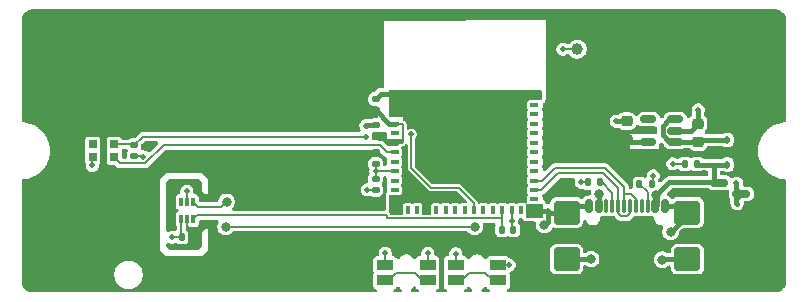
<source format=gbr>
%TF.GenerationSoftware,KiCad,Pcbnew,9.0.1*%
%TF.CreationDate,2025-08-28T21:03:41+10:00*%
%TF.ProjectId,ae-temp-monitor,61652d74-656d-4702-9d6d-6f6e69746f72,rev?*%
%TF.SameCoordinates,Original*%
%TF.FileFunction,Copper,L1,Top*%
%TF.FilePolarity,Positive*%
%FSLAX46Y46*%
G04 Gerber Fmt 4.6, Leading zero omitted, Abs format (unit mm)*
G04 Created by KiCad (PCBNEW 9.0.1) date 2025-08-28 21:03:41*
%MOMM*%
%LPD*%
G01*
G04 APERTURE LIST*
G04 Aperture macros list*
%AMRoundRect*
0 Rectangle with rounded corners*
0 $1 Rounding radius*
0 $2 $3 $4 $5 $6 $7 $8 $9 X,Y pos of 4 corners*
0 Add a 4 corners polygon primitive as box body*
4,1,4,$2,$3,$4,$5,$6,$7,$8,$9,$2,$3,0*
0 Add four circle primitives for the rounded corners*
1,1,$1+$1,$2,$3*
1,1,$1+$1,$4,$5*
1,1,$1+$1,$6,$7*
1,1,$1+$1,$8,$9*
0 Add four rect primitives between the rounded corners*
20,1,$1+$1,$2,$3,$4,$5,0*
20,1,$1+$1,$4,$5,$6,$7,0*
20,1,$1+$1,$6,$7,$8,$9,0*
20,1,$1+$1,$8,$9,$2,$3,0*%
%AMFreePoly0*
4,1,6,0.725000,-0.725000,-0.725000,-0.725000,-0.725000,0.125000,-0.125000,0.725000,0.725000,0.725000,0.725000,-0.725000,0.725000,-0.725000,$1*%
G04 Aperture macros list end*
%TA.AperFunction,SMDPad,CuDef*%
%ADD10R,1.400000X0.900000*%
%TD*%
%TA.AperFunction,SMDPad,CuDef*%
%ADD11RoundRect,0.140000X0.170000X-0.140000X0.170000X0.140000X-0.170000X0.140000X-0.170000X-0.140000X0*%
%TD*%
%TA.AperFunction,SMDPad,CuDef*%
%ADD12RoundRect,0.140000X-0.170000X0.140000X-0.170000X-0.140000X0.170000X-0.140000X0.170000X0.140000X0*%
%TD*%
%TA.AperFunction,SMDPad,CuDef*%
%ADD13RoundRect,0.150000X-0.150000X-0.425000X0.150000X-0.425000X0.150000X0.425000X-0.150000X0.425000X0*%
%TD*%
%TA.AperFunction,SMDPad,CuDef*%
%ADD14RoundRect,0.075000X-0.075000X-0.500000X0.075000X-0.500000X0.075000X0.500000X-0.075000X0.500000X0*%
%TD*%
%TA.AperFunction,SMDPad,CuDef*%
%ADD15RoundRect,0.250000X-0.840000X-0.750000X0.840000X-0.750000X0.840000X0.750000X-0.840000X0.750000X0*%
%TD*%
%TA.AperFunction,SMDPad,CuDef*%
%ADD16RoundRect,0.140000X0.140000X0.170000X-0.140000X0.170000X-0.140000X-0.170000X0.140000X-0.170000X0*%
%TD*%
%TA.AperFunction,SMDPad,CuDef*%
%ADD17R,0.800000X0.400000*%
%TD*%
%TA.AperFunction,SMDPad,CuDef*%
%ADD18R,0.400000X0.800000*%
%TD*%
%TA.AperFunction,SMDPad,CuDef*%
%ADD19R,1.450000X1.450000*%
%TD*%
%TA.AperFunction,SMDPad,CuDef*%
%ADD20FreePoly0,0.000000*%
%TD*%
%TA.AperFunction,SMDPad,CuDef*%
%ADD21R,0.700000X0.700000*%
%TD*%
%TA.AperFunction,SMDPad,CuDef*%
%ADD22RoundRect,0.135000X0.135000X0.185000X-0.135000X0.185000X-0.135000X-0.185000X0.135000X-0.185000X0*%
%TD*%
%TA.AperFunction,SMDPad,CuDef*%
%ADD23RoundRect,0.135000X-0.185000X0.135000X-0.185000X-0.135000X0.185000X-0.135000X0.185000X0.135000X0*%
%TD*%
%TA.AperFunction,SMDPad,CuDef*%
%ADD24R,0.340000X0.700000*%
%TD*%
%TA.AperFunction,SMDPad,CuDef*%
%ADD25RoundRect,0.150000X-0.587500X-0.150000X0.587500X-0.150000X0.587500X0.150000X-0.587500X0.150000X0*%
%TD*%
%TA.AperFunction,SMDPad,CuDef*%
%ADD26RoundRect,0.135000X-0.135000X-0.185000X0.135000X-0.185000X0.135000X0.185000X-0.135000X0.185000X0*%
%TD*%
%TA.AperFunction,SMDPad,CuDef*%
%ADD27RoundRect,0.112500X-0.112500X0.187500X-0.112500X-0.187500X0.112500X-0.187500X0.112500X0.187500X0*%
%TD*%
%TA.AperFunction,SMDPad,CuDef*%
%ADD28C,1.000000*%
%TD*%
%TA.AperFunction,SMDPad,CuDef*%
%ADD29RoundRect,0.225000X0.250000X-0.225000X0.250000X0.225000X-0.250000X0.225000X-0.250000X-0.225000X0*%
%TD*%
%TA.AperFunction,SMDPad,CuDef*%
%ADD30RoundRect,0.150000X0.512500X0.150000X-0.512500X0.150000X-0.512500X-0.150000X0.512500X-0.150000X0*%
%TD*%
%TA.AperFunction,ViaPad*%
%ADD31C,0.500000*%
%TD*%
%TA.AperFunction,ViaPad*%
%ADD32C,0.800000*%
%TD*%
%TA.AperFunction,Conductor*%
%ADD33C,0.200000*%
%TD*%
%TA.AperFunction,Conductor*%
%ADD34C,0.400000*%
%TD*%
G04 APERTURE END LIST*
D10*
%TO.P,SW2,1,1*%
%TO.N,SCL*%
X146945000Y-86314924D03*
X143345000Y-86314924D03*
%TO.P,SW2,2,2*%
%TO.N,GND*%
X146945000Y-85014924D03*
X143345000Y-85014924D03*
%TD*%
D11*
%TO.P,C2,1*%
%TO.N,+3.3V*%
X136578595Y-71914925D03*
%TO.P,C2,2*%
%TO.N,GND*%
X136578595Y-70954925D03*
%TD*%
D12*
%TO.P,C5,1*%
%TO.N,Net-(U1-EN{slash}CHIP_PU)*%
X136578595Y-77704926D03*
%TO.P,C5,2*%
%TO.N,GND*%
X136578595Y-78664926D03*
%TD*%
D13*
%TO.P,J1,A1,GND*%
%TO.N,GND*%
X154660000Y-80009924D03*
%TO.P,J1,A4,VBUS*%
%TO.N,BATT_DIS*%
X155460000Y-80009924D03*
D14*
%TO.P,J1,A5,CC1*%
%TO.N,Net-(J1-CC1)*%
X156610000Y-80009925D03*
%TO.P,J1,A6,D+*%
%TO.N,USBD+*%
X157610000Y-80009924D03*
%TO.P,J1,A7,D-*%
%TO.N,USBD-*%
X158110000Y-80009924D03*
%TO.P,J1,A8,SBU1*%
%TO.N,unconnected-(J1-SBU1-PadA8)*%
X159110000Y-80009925D03*
D13*
%TO.P,J1,A9,VBUS*%
%TO.N,BATT_DIS*%
X160260000Y-80009924D03*
%TO.P,J1,A12,GND*%
%TO.N,GND*%
X161060000Y-80009924D03*
%TO.P,J1,B1,GND*%
X161060000Y-80009924D03*
%TO.P,J1,B4,VBUS*%
%TO.N,BATT_DIS*%
X160260000Y-80009924D03*
D14*
%TO.P,J1,B5,CC2*%
%TO.N,Net-(J1-CC2)*%
X159610000Y-80009924D03*
%TO.P,J1,B6,D+*%
%TO.N,USBD+*%
X158610000Y-80009924D03*
%TO.P,J1,B7,D-*%
%TO.N,USBD-*%
X157110000Y-80009924D03*
%TO.P,J1,B8,SBU2*%
%TO.N,unconnected-(J1-SBU2-PadB8)*%
X156110000Y-80009924D03*
D13*
%TO.P,J1,B9,VBUS*%
%TO.N,BATT_DIS*%
X155460000Y-80009924D03*
%TO.P,J1,B12,GND*%
%TO.N,GND*%
X154660000Y-80009924D03*
D15*
%TO.P,J1,S1,SHIELD*%
X152750000Y-80584924D03*
X152750000Y-84514924D03*
X162970000Y-80584924D03*
X162970000Y-84514924D03*
%TD*%
D16*
%TO.P,C4,1*%
%TO.N,+3.3V*%
X121100000Y-82659923D03*
%TO.P,C4,2*%
%TO.N,GND*%
X120140000Y-82659923D03*
%TD*%
D10*
%TO.P,SW1,1,1*%
%TO.N,Net-(U1-EN{slash}CHIP_PU)*%
X140975000Y-86309924D03*
X137375000Y-86309924D03*
%TO.P,SW1,2,2*%
%TO.N,GND*%
X140975000Y-85009924D03*
X137375000Y-85009924D03*
%TD*%
D11*
%TO.P,C1,1*%
%TO.N,+3.3V*%
X136578595Y-74144927D03*
%TO.P,C1,2*%
%TO.N,GND*%
X136578595Y-73184927D03*
%TD*%
D17*
%TO.P,U1,1,GND*%
%TO.N,GND*%
X138203595Y-71459925D03*
%TO.P,U1,2,GND*%
X138203595Y-72259926D03*
%TO.P,U1,3,3V3*%
%TO.N,+3.3V*%
X138203595Y-73059925D03*
%TO.P,U1,4,NC*%
%TO.N,unconnected-(U1-NC-Pad4)*%
X138203595Y-73859924D03*
%TO.P,U1,5,GPIO2/ADC1_CH2*%
%TO.N,+3.3V*%
X138203595Y-74659925D03*
%TO.P,U1,6,GPIO3/ADC1_CH3*%
%TO.N,PXL*%
X138203595Y-75459925D03*
%TO.P,U1,7,NC*%
%TO.N,unconnected-(U1-NC-Pad7)*%
X138203595Y-76259925D03*
%TO.P,U1,8,EN/CHIP_PU*%
%TO.N,Net-(U1-EN{slash}CHIP_PU)*%
X138203595Y-77059925D03*
%TO.P,U1,9,NC*%
%TO.N,unconnected-(U1-NC-Pad9)*%
X138203595Y-77859926D03*
%TO.P,U1,10,NC*%
%TO.N,unconnected-(U1-NC-Pad10)*%
X138203595Y-78659925D03*
%TO.P,U1,11,GND*%
%TO.N,GND*%
X138203595Y-79459924D03*
D18*
%TO.P,U1,12,GPIO0/ADC1_CH0/XTAL_32K_P*%
%TO.N,unconnected-(U1-GPIO0{slash}ADC1_CH0{slash}XTAL_32K_P-Pad12)*%
X139303595Y-80359925D03*
%TO.P,U1,13,GPIO1/ADC1_CH1/XTAL_32K_N*%
%TO.N,unconnected-(U1-GPIO1{slash}ADC1_CH1{slash}XTAL_32K_N-Pad13)*%
X140103594Y-80359925D03*
%TO.P,U1,14,GND*%
%TO.N,GND*%
X140903595Y-80359925D03*
%TO.P,U1,15,NC*%
%TO.N,unconnected-(U1-NC-Pad15)*%
X141703595Y-80359925D03*
%TO.P,U1,16,GPIO10*%
%TO.N,unconnected-(U1-GPIO10-Pad16)*%
X142503595Y-80359925D03*
%TO.P,U1,17,NC*%
%TO.N,unconnected-(U1-NC-Pad17)*%
X143303595Y-80359925D03*
%TO.P,U1,18,GPIO4/ADC1_CH4*%
%TO.N,unconnected-(U1-GPIO4{slash}ADC1_CH4-Pad18)*%
X144103595Y-80359926D03*
%TO.P,U1,19,GPIO5/ADC2_CH0*%
%TO.N,PXL_PWR*%
X144903595Y-80359925D03*
%TO.P,U1,20,GPIO6*%
%TO.N,unconnected-(U1-GPIO6-Pad20)*%
X145703595Y-80359925D03*
%TO.P,U1,21,GPIO7*%
%TO.N,unconnected-(U1-GPIO7-Pad21)*%
X146503595Y-80359925D03*
%TO.P,U1,22,GPIO8*%
%TO.N,SDA*%
X147303595Y-80359925D03*
%TO.P,U1,23,GPIO9*%
%TO.N,SCL*%
X148103596Y-80359925D03*
%TO.P,U1,24,NC*%
%TO.N,unconnected-(U1-NC-Pad24)*%
X148903595Y-80359925D03*
D17*
%TO.P,U1,25,NC*%
%TO.N,unconnected-(U1-NC-Pad25)*%
X150003595Y-79459924D03*
%TO.P,U1,26,GPIO18/USB_D-*%
%TO.N,USBD-*%
X150003595Y-78659925D03*
%TO.P,U1,27,GPIO19/USB_D+*%
%TO.N,USBD+*%
X150003595Y-77859926D03*
%TO.P,U1,28,NC*%
%TO.N,unconnected-(U1-NC-Pad28)*%
X150003595Y-77059925D03*
%TO.P,U1,29,NC*%
%TO.N,unconnected-(U1-NC-Pad29)*%
X150003595Y-76259925D03*
%TO.P,U1,30,GPIO20/U0RXD*%
%TO.N,unconnected-(U1-GPIO20{slash}U0RXD-Pad30)*%
X150003595Y-75459925D03*
%TO.P,U1,31,GPIO21/U0TXD*%
%TO.N,unconnected-(U1-GPIO21{slash}U0TXD-Pad31)*%
X150003595Y-74659925D03*
%TO.P,U1,32,NC*%
%TO.N,unconnected-(U1-NC-Pad32)*%
X150003595Y-73859924D03*
%TO.P,U1,33,NC*%
%TO.N,unconnected-(U1-NC-Pad33)*%
X150003595Y-73059925D03*
%TO.P,U1,34,NC*%
%TO.N,unconnected-(U1-NC-Pad34)*%
X150003595Y-72259926D03*
%TO.P,U1,35,NC*%
%TO.N,unconnected-(U1-NC-Pad35)*%
X150003595Y-71459925D03*
D18*
%TO.P,U1,36,GND*%
%TO.N,GND*%
X148903595Y-70559926D03*
%TO.P,U1,37,GND*%
X148103595Y-70559925D03*
%TO.P,U1,38,GND*%
X147303595Y-70559925D03*
%TO.P,U1,39,GND*%
X146503595Y-70559925D03*
%TO.P,U1,40,GND*%
X145703595Y-70559925D03*
%TO.P,U1,41,GND*%
X144903595Y-70559926D03*
%TO.P,U1,42,GND*%
X144103595Y-70559925D03*
%TO.P,U1,43,GND*%
X143303595Y-70559926D03*
%TO.P,U1,44,GND*%
X142503595Y-70559925D03*
%TO.P,U1,45,GND*%
X141703595Y-70559925D03*
%TO.P,U1,46,GND*%
X140903595Y-70559925D03*
%TO.P,U1,47,GND*%
X140103595Y-70559925D03*
%TO.P,U1,48,GND*%
X139303595Y-70559926D03*
D19*
%TO.P,U1,49,GND*%
X142128595Y-75459925D03*
X142128595Y-77434925D03*
D20*
X142128596Y-73484925D03*
D19*
X144103595Y-73484924D03*
X144103595Y-75459925D03*
X144103595Y-77434925D03*
X146078594Y-73484925D03*
X146078595Y-75459925D03*
X146078595Y-77434925D03*
D21*
%TO.P,U1,50,GND*%
X150053595Y-70509925D03*
%TO.P,U1,51,GND*%
X150053595Y-80409925D03*
%TO.P,U1,52,GND*%
X138153595Y-80409925D03*
%TO.P,U1,53,GND*%
X138153595Y-70509925D03*
%TD*%
%TO.P,D2,1,DO*%
%TO.N,unconnected-(D2-DO-Pad1)*%
X112614999Y-74794923D03*
%TO.P,D2,2,GND*%
%TO.N,GND*%
X112614999Y-75894923D03*
%TO.P,D2,3,DI*%
%TO.N,PXL*%
X114444999Y-75894923D03*
%TO.P,D2,4,VDD*%
%TO.N,PXL_PWR*%
X114444999Y-74794923D03*
%TD*%
D22*
%TO.P,R2,1*%
%TO.N,BATT_DIS*%
X163772498Y-76459923D03*
%TO.P,R2,2*%
%TO.N,GND*%
X162752500Y-76459923D03*
%TD*%
D23*
%TO.P,R1,1*%
%TO.N,+3.3V*%
X136578595Y-75424927D03*
%TO.P,R1,2*%
%TO.N,Net-(U1-EN{slash}CHIP_PU)*%
X136578595Y-76444925D03*
%TD*%
D22*
%TO.P,R4,1*%
%TO.N,+3.3V*%
X149259999Y-82034924D03*
%TO.P,R4,2*%
%TO.N,SCL*%
X148240001Y-82034924D03*
%TD*%
D24*
%TO.P,U2,1,SCL*%
%TO.N,SCL*%
X121119999Y-79659925D03*
%TO.P,U2,2,GND*%
%TO.N,GND*%
X120620000Y-79659925D03*
%TO.P,U2,3,ALERT*%
%TO.N,unconnected-(U2-ALERT-Pad3)*%
X120120001Y-79659925D03*
%TO.P,U2,4,ADD0*%
%TO.N,GND*%
X120120001Y-81159925D03*
%TO.P,U2,5,V+*%
%TO.N,+3.3V*%
X120620000Y-81159925D03*
%TO.P,U2,6,SDA*%
%TO.N,SDA*%
X121119999Y-81159925D03*
%TD*%
D25*
%TO.P,Q1,1,G*%
%TO.N,BATT_DIS*%
X165662500Y-78034925D03*
%TO.P,Q1,2,S*%
%TO.N,+3.3V*%
X165662500Y-79934925D03*
%TO.P,Q1,3,D*%
%TO.N,BATT*%
X167537501Y-78984925D03*
%TD*%
D26*
%TO.P,R3,1*%
%TO.N,+3.3V*%
X146240001Y-82034924D03*
%TO.P,R3,2*%
%TO.N,SDA*%
X147259999Y-82034924D03*
%TD*%
D27*
%TO.P,D1,1,K*%
%TO.N,USB_VBUS*%
X166350001Y-74409925D03*
%TO.P,D1,2,A*%
%TO.N,BATT_DIS*%
X166350001Y-76509925D03*
%TD*%
D22*
%TO.P,R6,1*%
%TO.N,GND*%
X159935000Y-78159925D03*
%TO.P,R6,2*%
%TO.N,Net-(J1-CC2)*%
X158915002Y-78159925D03*
%TD*%
D28*
%TO.P,TP3,1,1*%
%TO.N,GND*%
X153653595Y-66734924D03*
%TD*%
D22*
%TO.P,R5,1*%
%TO.N,Net-(J1-CC1)*%
X155559998Y-78009923D03*
%TO.P,R5,2*%
%TO.N,GND*%
X154540000Y-78009923D03*
%TD*%
D29*
%TO.P,C7,1*%
%TO.N,+3.3V*%
X157834847Y-74393026D03*
%TO.P,C7,2*%
%TO.N,GND*%
X157834847Y-72843026D03*
%TD*%
%TO.P,C6,1*%
%TO.N,USB_VBUS*%
X163875480Y-74585028D03*
%TO.P,C6,2*%
%TO.N,GND*%
X163875480Y-73035028D03*
%TD*%
D12*
%TO.P,C3,1*%
%TO.N,PXL_PWR*%
X116114999Y-74864923D03*
%TO.P,C3,2*%
%TO.N,GND*%
X116114999Y-75824923D03*
%TD*%
D28*
%TO.P,TP5,1,1*%
%TO.N,+3.3V*%
X153653596Y-69834925D03*
%TD*%
D30*
%TO.P,U4,1,VIN*%
%TO.N,USB_VBUS*%
X161942414Y-74580536D03*
%TO.P,U4,2,GND*%
%TO.N,GND*%
X161942414Y-73630537D03*
%TO.P,U4,3,EN*%
%TO.N,USB_VBUS*%
X161942414Y-72680538D03*
%TO.P,U4,4,NC*%
%TO.N,unconnected-(U4-NC-Pad4)*%
X159667414Y-72680538D03*
%TO.P,U4,5,VOUT*%
%TO.N,+3.3V*%
X159667414Y-74580536D03*
%TD*%
D31*
%TO.N,GND*%
X156950000Y-72834924D03*
X146053595Y-73509924D03*
X139289298Y-79174223D03*
X119349999Y-82659925D03*
X140903596Y-79434925D03*
X120600000Y-78759925D03*
X151127687Y-80411064D03*
D32*
X154824999Y-84509924D03*
D31*
X135753596Y-73209925D03*
X143363286Y-84053405D03*
X161737501Y-76459923D03*
X144053594Y-77409925D03*
D32*
X160850000Y-84559924D03*
D31*
X147874576Y-85004844D03*
X137400688Y-84037997D03*
X142153595Y-73509926D03*
X153975000Y-77984924D03*
X140153594Y-71709924D03*
X112600000Y-76584922D03*
X146053595Y-75509926D03*
D32*
X150850000Y-81634925D03*
D31*
X116850000Y-75834925D03*
X148103594Y-71659926D03*
X140990629Y-84037998D03*
X135870019Y-78659592D03*
X160075000Y-77459925D03*
X152433595Y-66734923D03*
D32*
X161550000Y-82209924D03*
D31*
X144053595Y-73509926D03*
X163875000Y-71884925D03*
X142153596Y-75509925D03*
X146053595Y-77409926D03*
X142153596Y-77409926D03*
X144053594Y-75509925D03*
X140153594Y-72909926D03*
%TO.N,Net-(U1-EN{slash}CHIP_PU)*%
X137375000Y-86309925D03*
X136590858Y-77066389D03*
D32*
%TO.N,SCL*%
X123950001Y-79659925D03*
X144949999Y-81760924D03*
X123875000Y-81759924D03*
D31*
X148104922Y-81259968D03*
X146945000Y-86314924D03*
%TO.N,PXL_PWR*%
X135750001Y-74134925D03*
X139600000Y-73934924D03*
%TO.N,BATT*%
X167125000Y-78109924D03*
X167175000Y-79809925D03*
D32*
%TO.N,BATT_DIS*%
X155500000Y-78984923D03*
X160336279Y-79098311D03*
%TD*%
D33*
%TO.N,GND*%
X120139998Y-82659924D02*
X119349999Y-82659925D01*
X146053595Y-75509926D02*
X142153596Y-75509925D01*
D34*
X138153594Y-72209925D02*
X138203595Y-72259925D01*
X137023595Y-70509925D02*
X136578595Y-70954925D01*
X146500540Y-73062980D02*
X146500540Y-70562981D01*
X139503593Y-72259925D02*
X140153594Y-72909926D01*
X144103595Y-73484925D02*
X144103595Y-77359925D01*
D33*
X137375001Y-85009923D02*
X137375001Y-84063684D01*
D34*
X136578595Y-73184927D02*
X135778595Y-73184927D01*
D33*
X116839999Y-75824925D02*
X116850000Y-75834925D01*
X140903596Y-79434925D02*
X140903596Y-80359923D01*
X146053595Y-73509924D02*
X142153595Y-73509926D01*
D34*
X163279971Y-73630537D02*
X161942415Y-73630537D01*
D33*
X138153595Y-80409925D02*
X138153595Y-79509925D01*
D34*
X151301546Y-80584925D02*
X151127687Y-80411064D01*
X140103596Y-71659925D02*
X140153594Y-71709924D01*
D33*
X147874576Y-85004844D02*
X146955081Y-85004844D01*
D34*
X152749999Y-80584925D02*
X151301546Y-80584925D01*
D33*
X142128594Y-73534924D02*
X142128594Y-77434925D01*
X139003596Y-79459922D02*
X138203595Y-79459924D01*
D34*
X162970000Y-80789924D02*
X161550000Y-82209924D01*
X141703887Y-73060214D02*
X141703886Y-70560215D01*
X161060000Y-80009924D02*
X162395000Y-80009924D01*
D33*
X120120001Y-81159924D02*
X120119998Y-82639923D01*
X152454328Y-66734925D02*
X152450091Y-66730688D01*
X160060000Y-77474922D02*
X160060000Y-78034925D01*
X153975000Y-77984924D02*
X154515000Y-77984924D01*
X135875352Y-78664925D02*
X135870019Y-78659592D01*
X139289298Y-79174223D02*
X139003596Y-79459922D01*
D34*
X138203595Y-72259925D02*
X139503593Y-72259925D01*
D33*
X137375001Y-84063684D02*
X137400688Y-84037997D01*
D34*
X139303595Y-70559925D02*
X138203595Y-70559925D01*
X160895001Y-84514925D02*
X160850000Y-84559924D01*
D33*
X160075000Y-77459925D02*
X160060000Y-77474922D01*
X161737501Y-76459923D02*
X162502500Y-76459925D01*
X136578595Y-78664926D02*
X135875352Y-78664925D01*
D34*
X150053596Y-80409924D02*
X151126547Y-80409924D01*
X142128595Y-73484925D02*
X141703887Y-73060214D01*
D33*
X140975000Y-85009924D02*
X140975000Y-84053627D01*
D34*
X154660000Y-80009923D02*
X153325000Y-80009924D01*
D33*
X116114999Y-75824925D02*
X116839999Y-75824925D01*
D34*
X148953595Y-70509925D02*
X148903595Y-70559925D01*
D33*
X112600000Y-76584922D02*
X112600000Y-75909925D01*
X146078595Y-77434923D02*
X142178594Y-77434923D01*
X143345001Y-85014923D02*
X143345000Y-84071688D01*
D34*
X150053596Y-70509924D02*
X148953595Y-70509925D01*
X138153594Y-70509925D02*
X137023595Y-70509925D01*
X135778595Y-73184927D02*
X135753596Y-73209925D01*
X151127687Y-81357239D02*
X150850000Y-81634925D01*
X154819999Y-84514924D02*
X154824999Y-84509924D01*
X152749999Y-84514924D02*
X154819999Y-84514924D01*
X163875000Y-71884925D02*
X163875000Y-73034549D01*
X156950000Y-72834924D02*
X157826745Y-72834925D01*
D33*
X120620000Y-79659925D02*
X120620000Y-78779925D01*
X120620000Y-78779925D02*
X120600000Y-78759925D01*
D34*
X162970000Y-84514924D02*
X160895001Y-84514925D01*
D33*
X153653595Y-66734924D02*
X152454328Y-66734925D01*
D34*
X139303595Y-70559925D02*
X148903595Y-70559925D01*
X148103594Y-71659926D02*
X148103594Y-70559925D01*
X151127687Y-80411064D02*
X151127687Y-81357239D01*
D33*
X140975000Y-84053627D02*
X140990629Y-84037998D01*
D34*
X138153594Y-70509925D02*
X138153594Y-72209925D01*
X163875480Y-73035029D02*
X163279971Y-73630537D01*
D33*
X146078595Y-73534925D02*
X146078595Y-77434923D01*
D34*
X140103596Y-70559923D02*
X140103596Y-71659925D01*
D33*
X143345000Y-84071688D02*
X143363286Y-84053405D01*
D34*
X151126547Y-80409924D02*
X151127687Y-80411064D01*
X144103595Y-73484925D02*
X144103595Y-70559925D01*
D33*
%TO.N,+3.3V*%
X137953596Y-74409925D02*
X136843594Y-74409925D01*
X138803595Y-74659924D02*
X138903595Y-74559923D01*
X121100000Y-82409924D02*
X121100000Y-82659924D01*
X138903595Y-74559923D02*
X138903595Y-73138518D01*
X138203595Y-74659924D02*
X137953596Y-74409925D01*
X138203595Y-74659924D02*
X138803595Y-74659924D01*
D34*
X138203595Y-73059925D02*
X137723595Y-73059922D01*
D33*
X138903595Y-73138518D02*
X138824999Y-73059923D01*
D34*
X159667414Y-74580539D02*
X158022358Y-74580538D01*
D33*
X120620000Y-81159922D02*
X120620000Y-81929923D01*
D34*
X137723595Y-73059922D02*
X136578595Y-71914925D01*
D33*
X138824999Y-73059923D02*
X138203595Y-73059925D01*
X120620000Y-81929923D02*
X121100000Y-82409924D01*
X136843594Y-74409925D02*
X136578595Y-74144927D01*
%TO.N,Net-(U1-EN{slash}CHIP_PU)*%
X136584392Y-77059923D02*
X136578595Y-77059924D01*
X136597325Y-77059923D02*
X136590858Y-77066389D01*
X139897270Y-85682194D02*
X140524999Y-86309924D01*
X137675000Y-86309925D02*
X138302731Y-85682191D01*
X138203595Y-77059924D02*
X136597325Y-77059923D01*
X138302731Y-85682191D02*
X139897270Y-85682194D01*
X136590858Y-77066389D02*
X136584392Y-77059923D01*
X136578595Y-77059924D02*
X136578595Y-76444926D01*
X136578595Y-77704926D02*
X136578595Y-76444926D01*
%TO.N,SDA*%
X147303595Y-81084922D02*
X147303595Y-81156330D01*
X147314357Y-81267771D02*
X147303595Y-81278532D01*
X147303595Y-80359924D02*
X147303595Y-81084922D01*
X147303595Y-81084922D02*
X147303594Y-81257010D01*
X147207190Y-81059925D02*
X146975000Y-81059925D01*
X137502595Y-81060925D02*
X137502594Y-80809923D01*
X137502594Y-80809923D02*
X121469999Y-80809924D01*
X147303595Y-81278532D02*
X147303594Y-81991328D01*
X146975000Y-81059925D02*
X146974001Y-81060924D01*
X146974001Y-81060924D02*
X137502595Y-81060925D01*
X147303594Y-81257010D02*
X147314357Y-81267771D01*
X121469999Y-80809924D02*
X121119999Y-81159924D01*
%TO.N,SCL*%
X123500000Y-80109923D02*
X121569999Y-80109924D01*
X148104922Y-81259968D02*
X148103594Y-81258640D01*
X145866461Y-85686387D02*
X146494999Y-86314924D01*
X143870000Y-86314922D02*
X144498538Y-85686384D01*
X148104922Y-81259968D02*
X148104922Y-82170003D01*
X148103594Y-81258640D02*
X148103594Y-80359923D01*
X123875000Y-81759924D02*
X144948999Y-81759924D01*
X144498538Y-85686384D02*
X145866461Y-85686387D01*
X144948999Y-81759924D02*
X144949999Y-81760924D01*
X121569999Y-80109924D02*
X121119999Y-79659925D01*
X123950001Y-79659925D02*
X123500000Y-80109923D01*
%TO.N,PXL_PWR*%
X141275001Y-78459924D02*
X143603594Y-78459925D01*
X143603594Y-78459925D02*
X144903595Y-79759923D01*
X139600000Y-76784925D02*
X141275001Y-78459924D01*
X139600000Y-73934924D02*
X139600000Y-76784925D01*
X135750001Y-74134925D02*
X116845000Y-74134925D01*
X116845000Y-74134925D02*
X116115000Y-74864925D01*
X114445000Y-74794925D02*
X116045000Y-74794925D01*
X144903595Y-79759923D02*
X144903595Y-80359924D01*
%TO.N,PXL*%
X118627819Y-74834923D02*
X136928598Y-74834923D01*
X114955001Y-76404924D02*
X117057817Y-76404924D01*
X137553597Y-75459925D02*
X138203595Y-75459925D01*
X117057817Y-76404924D02*
X118627819Y-74834923D01*
X136928598Y-74834923D02*
X137553597Y-75459925D01*
X114445001Y-75894924D02*
X114955001Y-76404924D01*
D34*
%TO.N,BATT*%
X167125000Y-78109924D02*
X167112501Y-78122424D01*
X167112501Y-78559925D02*
X167537502Y-78984925D01*
X167175000Y-79809925D02*
X167112501Y-79747425D01*
X167112501Y-79409925D02*
X167537502Y-78984925D01*
X167112501Y-79747425D02*
X167112501Y-79409925D01*
X167112501Y-78122424D02*
X167112501Y-78559925D01*
%TO.N,USB_VBUS*%
X161942415Y-72680539D02*
X161452097Y-72680539D01*
X163875480Y-74585028D02*
X161946905Y-74585028D01*
X164050583Y-74409925D02*
X166350001Y-74409924D01*
X160879914Y-73252720D02*
X160879914Y-74008354D01*
X160879914Y-74008354D02*
X161452097Y-74580537D01*
X161452097Y-74580537D02*
X161942415Y-74580538D01*
X161452097Y-72680539D02*
X160879914Y-73252720D01*
D33*
%TO.N,Net-(J1-CC1)*%
X156610001Y-80009924D02*
X156610001Y-78919922D01*
X156610001Y-78919922D02*
X155700002Y-78009923D01*
%TO.N,USBD+*%
X158610001Y-80009925D02*
X158610001Y-79401099D01*
X157610000Y-78412484D02*
X156007441Y-76809922D01*
X158193824Y-78984924D02*
X157610000Y-78984925D01*
X156007441Y-76809922D02*
X151725000Y-76809922D01*
X157610000Y-78984925D02*
X157610000Y-78412484D01*
X150675000Y-77859925D02*
X150003595Y-77859925D01*
X151725000Y-76809922D02*
X150675000Y-77859925D01*
X157610000Y-80009923D02*
X157610000Y-78984925D01*
X158610001Y-79401099D02*
X158193824Y-78984924D01*
%TO.N,USBD-*%
X152028596Y-77234924D02*
X155860184Y-77234925D01*
X150603596Y-78659922D02*
X152028596Y-77234924D01*
X150003595Y-78659925D02*
X150603596Y-78659922D01*
X157109999Y-80009925D02*
X157109999Y-78479583D01*
X155860184Y-77234925D02*
X156345183Y-77719921D01*
X158110000Y-80618749D02*
X158110000Y-80009924D01*
X157109999Y-80009925D02*
X157109999Y-80618749D01*
X157109999Y-80618749D02*
X157377175Y-80885924D01*
X157842824Y-80885924D02*
X158110000Y-80618749D01*
X157109999Y-78479583D02*
X156349341Y-77718924D01*
X157377175Y-80885924D02*
X157842824Y-80885924D01*
%TO.N,Net-(J1-CC2)*%
X159609999Y-80009925D02*
X159609999Y-78854925D01*
X159609999Y-78854925D02*
X158915000Y-78159925D01*
D34*
%TO.N,BATT_DIS*%
X155460000Y-79024924D02*
X155500000Y-78984923D01*
X165237500Y-77872424D02*
X165237500Y-76522425D01*
X160336279Y-79098311D02*
X161424666Y-78009924D01*
X155460000Y-80009924D02*
X155460000Y-79024924D01*
X165250001Y-77884925D02*
X165237500Y-77872424D01*
X160336279Y-79303202D02*
X160358999Y-79325925D01*
X165250000Y-76509922D02*
X163822499Y-76509924D01*
X165237500Y-76522425D02*
X165250000Y-76509922D01*
X160336279Y-79098311D02*
X160336279Y-79303202D01*
X161424666Y-78009924D02*
X165212501Y-78009925D01*
X166350001Y-76509924D02*
X165250000Y-76509922D01*
X160358999Y-79325925D02*
X160358999Y-79910923D01*
%TD*%
%TA.AperFunction,Conductor*%
%TO.N,+3.3V*%
G36*
X137428595Y-73729888D02*
G01*
X137483133Y-73784426D01*
X137503095Y-73858925D01*
X137503095Y-74104790D01*
X137506009Y-74129913D01*
X137506010Y-74129916D01*
X137551388Y-74232688D01*
X137551389Y-74232689D01*
X137630830Y-74312130D01*
X137733604Y-74357509D01*
X137758730Y-74360424D01*
X138648459Y-74360423D01*
X138648461Y-74360423D01*
X138661022Y-74358966D01*
X138673586Y-74357509D01*
X138706074Y-74343163D01*
X138717596Y-74341375D01*
X138727693Y-74335546D01*
X138755151Y-74335545D01*
X138782290Y-74331333D01*
X138793162Y-74335545D01*
X138804821Y-74335545D01*
X138828602Y-74349274D01*
X138854210Y-74359195D01*
X138861519Y-74368278D01*
X138871617Y-74374108D01*
X138885347Y-74397888D01*
X138902563Y-74419283D01*
X138904351Y-74430805D01*
X138910181Y-74440902D01*
X138910181Y-74468360D01*
X138914394Y-74495499D01*
X138910181Y-74506371D01*
X138910182Y-74518030D01*
X138896452Y-74541811D01*
X138886532Y-74567419D01*
X138871619Y-74584826D01*
X138829236Y-74627210D01*
X138762443Y-74665774D01*
X138730441Y-74674349D01*
X138720015Y-74679468D01*
X138711054Y-74683143D01*
X138703024Y-74686570D01*
X138696565Y-74689437D01*
X138685725Y-74696457D01*
X138672000Y-74704343D01*
X138658623Y-74711110D01*
X138626368Y-74729989D01*
X138599547Y-74756288D01*
X138594805Y-74760740D01*
X138564347Y-74788101D01*
X138564344Y-74788104D01*
X138522988Y-74833566D01*
X138522984Y-74833571D01*
X138514716Y-74850574D01*
X138510113Y-74859294D01*
X138507327Y-74864173D01*
X138506144Y-74865865D01*
X138496201Y-74883657D01*
X138495830Y-74884308D01*
X138469196Y-74911196D01*
X138442740Y-74938406D01*
X138442054Y-74938600D01*
X138441553Y-74939106D01*
X138404987Y-74949090D01*
X138368527Y-74959410D01*
X138367161Y-74959419D01*
X138367150Y-74959423D01*
X138367138Y-74959419D01*
X138366438Y-74959425D01*
X137758728Y-74959425D01*
X137733601Y-74962339D01*
X137729554Y-74963441D01*
X137723925Y-74963462D01*
X137722470Y-74963631D01*
X137722451Y-74963467D01*
X137652427Y-74963731D01*
X137585487Y-74925419D01*
X137585089Y-74925023D01*
X137261348Y-74601282D01*
X137261340Y-74601272D01*
X137174509Y-74514441D01*
X137083185Y-74461716D01*
X136992212Y-74437340D01*
X136992211Y-74437339D01*
X136981326Y-74434423D01*
X136981325Y-74434423D01*
X136433851Y-74434423D01*
X136359351Y-74414461D01*
X136304813Y-74359923D01*
X136284851Y-74285423D01*
X136289928Y-74246858D01*
X136290093Y-74246243D01*
X136300501Y-74207400D01*
X136300501Y-74062450D01*
X136271171Y-73952990D01*
X136271171Y-73875864D01*
X136309734Y-73809069D01*
X136376529Y-73770504D01*
X136415094Y-73765427D01*
X136801653Y-73765427D01*
X136801661Y-73765427D01*
X136831414Y-73762637D01*
X136956752Y-73718779D01*
X136956752Y-73718778D01*
X136958157Y-73718287D01*
X137007369Y-73709926D01*
X137053594Y-73709926D01*
X137354095Y-73709926D01*
X137428595Y-73729888D01*
G37*
%TD.AperFunction*%
%TA.AperFunction,Conductor*%
G36*
X170356480Y-63335991D02*
G01*
X170501643Y-63348692D01*
X170517705Y-63350985D01*
X170530674Y-63353565D01*
X170541101Y-63355640D01*
X170550592Y-63357853D01*
X170676518Y-63391595D01*
X170694956Y-63397854D01*
X170705433Y-63402194D01*
X170711344Y-63404794D01*
X170837931Y-63463824D01*
X170860418Y-63476808D01*
X170981778Y-63561786D01*
X171001676Y-63578482D01*
X171106433Y-63683243D01*
X171123127Y-63703139D01*
X171208100Y-63824497D01*
X171221086Y-63846990D01*
X171280104Y-63973559D01*
X171282725Y-63979516D01*
X171287049Y-63989957D01*
X171293310Y-64008406D01*
X171327052Y-64134339D01*
X171329267Y-64143838D01*
X171333916Y-64167215D01*
X171336211Y-64183294D01*
X171348933Y-64328727D01*
X171349500Y-64341711D01*
X171349500Y-72779705D01*
X171329538Y-72854205D01*
X171275000Y-72908743D01*
X171203259Y-72927965D01*
X171203288Y-72928411D01*
X171201078Y-72928550D01*
X171200500Y-72928705D01*
X171198615Y-72928705D01*
X170898234Y-72966652D01*
X170604981Y-73041946D01*
X170604969Y-73041950D01*
X170323476Y-73153401D01*
X170323464Y-73153406D01*
X170058146Y-73299266D01*
X170018153Y-73328322D01*
X170018152Y-73328321D01*
X170013505Y-73331697D01*
X170012060Y-73332532D01*
X170006749Y-73336606D01*
X170005153Y-73337767D01*
X170005135Y-73337781D01*
X169813201Y-73477230D01*
X169813195Y-73477235D01*
X169772656Y-73515301D01*
X169772657Y-73515302D01*
X169767241Y-73520387D01*
X169762145Y-73524298D01*
X169747786Y-73538656D01*
X169746048Y-73540289D01*
X169592493Y-73684488D01*
X169592491Y-73684490D01*
X169551656Y-73733851D01*
X169547171Y-73739271D01*
X169539398Y-73747045D01*
X169522226Y-73769422D01*
X169520458Y-73771561D01*
X169399501Y-73917774D01*
X169399495Y-73917782D01*
X169360528Y-73979183D01*
X169360527Y-73979182D01*
X169356957Y-73984806D01*
X169347632Y-73996960D01*
X169331369Y-74025127D01*
X169329683Y-74027785D01*
X169329663Y-74027820D01*
X169237266Y-74173417D01*
X169237261Y-74173425D01*
X169202518Y-74247255D01*
X169202519Y-74247256D01*
X169199856Y-74252914D01*
X169190126Y-74269768D01*
X169176894Y-74301712D01*
X169175397Y-74304894D01*
X169108354Y-74447368D01*
X169080298Y-74533712D01*
X169078484Y-74539293D01*
X169069576Y-74560800D01*
X169060549Y-74594486D01*
X169059333Y-74598231D01*
X169059333Y-74598232D01*
X169014794Y-74735311D01*
X168995991Y-74833878D01*
X168994967Y-74839241D01*
X168988045Y-74865078D01*
X168983603Y-74898814D01*
X168982798Y-74903037D01*
X168958058Y-75032730D01*
X168951132Y-75142811D01*
X168950812Y-75147886D01*
X168946928Y-75177394D01*
X168946928Y-75209643D01*
X168946634Y-75214317D01*
X168946634Y-75214323D01*
X168939647Y-75325387D01*
X168939048Y-75334900D01*
X168939087Y-75335527D01*
X168946634Y-75455475D01*
X168946634Y-75455478D01*
X168946928Y-75460152D01*
X168946928Y-75492406D01*
X168950811Y-75521907D01*
X168951131Y-75526981D01*
X168951132Y-75526989D01*
X168958058Y-75637069D01*
X168982799Y-75766766D01*
X168983602Y-75770979D01*
X168988045Y-75804722D01*
X168994965Y-75830550D01*
X168995989Y-75835915D01*
X168995991Y-75835924D01*
X169014792Y-75934479D01*
X169018841Y-75946939D01*
X169059332Y-76071564D01*
X169060546Y-76075302D01*
X169069576Y-76109000D01*
X169078487Y-76130514D01*
X169080299Y-76136089D01*
X169080300Y-76136092D01*
X169098858Y-76193207D01*
X169108354Y-76222431D01*
X169174522Y-76363046D01*
X169175391Y-76364891D01*
X169175392Y-76364893D01*
X169176886Y-76368068D01*
X169190126Y-76400032D01*
X169199860Y-76416892D01*
X169200343Y-76417917D01*
X169202518Y-76422540D01*
X169209188Y-76436715D01*
X169237253Y-76496356D01*
X169237270Y-76496391D01*
X169329662Y-76641977D01*
X169331337Y-76644616D01*
X169347632Y-76672840D01*
X169356977Y-76685019D01*
X169399499Y-76752022D01*
X169520451Y-76898227D01*
X169522190Y-76900330D01*
X169539398Y-76922755D01*
X169547178Y-76930535D01*
X169583736Y-76974726D01*
X169592493Y-76985311D01*
X169746046Y-77129507D01*
X169747752Y-77131109D01*
X169762145Y-77145502D01*
X169767253Y-77149422D01*
X169772656Y-77154496D01*
X169772657Y-77154497D01*
X169813188Y-77192559D01*
X169813195Y-77192564D01*
X169813201Y-77192570D01*
X169924268Y-77273265D01*
X170003668Y-77330953D01*
X170006727Y-77333175D01*
X170012060Y-77337268D01*
X170013522Y-77338112D01*
X170058147Y-77370534D01*
X170323467Y-77516395D01*
X170604975Y-77627852D01*
X170898233Y-77703147D01*
X171198615Y-77741095D01*
X171200500Y-77741095D01*
X171201078Y-77741249D01*
X171203288Y-77741389D01*
X171203259Y-77741834D01*
X171275000Y-77761057D01*
X171329538Y-77815595D01*
X171349500Y-77890095D01*
X171349500Y-86328413D01*
X171348933Y-86341403D01*
X171336357Y-86485100D01*
X171334061Y-86501179D01*
X171328656Y-86528351D01*
X171326441Y-86537849D01*
X171293641Y-86660250D01*
X171287377Y-86678704D01*
X171281191Y-86693638D01*
X171278572Y-86699588D01*
X171221093Y-86822849D01*
X171208106Y-86845343D01*
X171123130Y-86966697D01*
X171106435Y-86986592D01*
X171001676Y-87091348D01*
X170981781Y-87108042D01*
X170860416Y-87193021D01*
X170837923Y-87206007D01*
X170714667Y-87263481D01*
X170708718Y-87266099D01*
X170693791Y-87272282D01*
X170675335Y-87278547D01*
X170552927Y-87311346D01*
X170543432Y-87313560D01*
X170516260Y-87318965D01*
X170500177Y-87321261D01*
X170356194Y-87333858D01*
X170343208Y-87334425D01*
X147805497Y-87334425D01*
X147730997Y-87314463D01*
X147676459Y-87259925D01*
X147656497Y-87185425D01*
X147676459Y-87110925D01*
X147730997Y-87056387D01*
X147745313Y-87049121D01*
X147780866Y-87033422D01*
X147817765Y-87017130D01*
X147897206Y-86937689D01*
X147942585Y-86834915D01*
X147945500Y-86809789D01*
X147945499Y-85820060D01*
X147944961Y-85815424D01*
X147942585Y-85794934D01*
X147942584Y-85794931D01*
X147918708Y-85740856D01*
X147906877Y-85664641D01*
X147934739Y-85592721D01*
X147994828Y-85544368D01*
X148016444Y-85536749D01*
X148087061Y-85517828D01*
X148109644Y-85504790D01*
X148128904Y-85493669D01*
X148212591Y-85445353D01*
X148315085Y-85342859D01*
X148387560Y-85217329D01*
X148425076Y-85077319D01*
X148425076Y-84932369D01*
X148387560Y-84792359D01*
X148387559Y-84792358D01*
X148387559Y-84792356D01*
X148315087Y-84666832D01*
X148315086Y-84666831D01*
X148315085Y-84666829D01*
X148212591Y-84564335D01*
X148212588Y-84564333D01*
X148212587Y-84564332D01*
X148087063Y-84491860D01*
X147990578Y-84466007D01*
X147923783Y-84427442D01*
X147906649Y-84402426D01*
X147905009Y-84403550D01*
X147897206Y-84392159D01*
X147817764Y-84312717D01*
X147714994Y-84267340D01*
X147714991Y-84267339D01*
X147714982Y-84267338D01*
X147689865Y-84264424D01*
X147689859Y-84264424D01*
X146200133Y-84264424D01*
X146175010Y-84267338D01*
X146175007Y-84267339D01*
X146072235Y-84312717D01*
X145992793Y-84392159D01*
X145977184Y-84427510D01*
X145928829Y-84487598D01*
X145856909Y-84515458D01*
X145780694Y-84503626D01*
X145720606Y-84455271D01*
X145716992Y-84450103D01*
X145713651Y-84445103D01*
X145650276Y-84350255D01*
X145559669Y-84259648D01*
X145453127Y-84188459D01*
X145453123Y-84188457D01*
X145453119Y-84188455D01*
X145334745Y-84139423D01*
X145334743Y-84139422D01*
X145209072Y-84114424D01*
X145209069Y-84114424D01*
X145080931Y-84114424D01*
X145080927Y-84114424D01*
X144955256Y-84139422D01*
X144955254Y-84139423D01*
X144836880Y-84188455D01*
X144836873Y-84188459D01*
X144730667Y-84259424D01*
X144730327Y-84259651D01*
X144639727Y-84350251D01*
X144639721Y-84350258D01*
X144573006Y-84450104D01*
X144515018Y-84500958D01*
X144439372Y-84516004D01*
X144366337Y-84491211D01*
X144315483Y-84433223D01*
X144312814Y-84427508D01*
X144310606Y-84422508D01*
X144297206Y-84392159D01*
X144217765Y-84312718D01*
X144217764Y-84312717D01*
X144114994Y-84267340D01*
X144114991Y-84267339D01*
X144114982Y-84267338D01*
X144089865Y-84264424D01*
X144089859Y-84264424D01*
X144062786Y-84264424D01*
X143988286Y-84244462D01*
X143933748Y-84189924D01*
X143913786Y-84115424D01*
X143913786Y-83980930D01*
X143913785Y-83980928D01*
X143909735Y-83965813D01*
X143876270Y-83840920D01*
X143858086Y-83809424D01*
X143847951Y-83791869D01*
X143847950Y-83791867D01*
X143807507Y-83721818D01*
X151359500Y-83721818D01*
X151359500Y-85308029D01*
X151370122Y-85396487D01*
X151425638Y-85537265D01*
X151517076Y-85657844D01*
X151517079Y-85657847D01*
X151526412Y-85664924D01*
X151637658Y-85749285D01*
X151778436Y-85804801D01*
X151866898Y-85815424D01*
X151866899Y-85815424D01*
X153633101Y-85815424D01*
X153633102Y-85815424D01*
X153721564Y-85804801D01*
X153862342Y-85749285D01*
X153982922Y-85657846D01*
X154074361Y-85537266D01*
X154129877Y-85396488D01*
X154140500Y-85308026D01*
X154140500Y-85173785D01*
X154160462Y-85099285D01*
X154215000Y-85044747D01*
X154289500Y-85024785D01*
X154364000Y-85044747D01*
X154372106Y-85050369D01*
X154372372Y-85049972D01*
X154493183Y-85130696D01*
X154493185Y-85130697D01*
X154493188Y-85130699D01*
X154620671Y-85183504D01*
X154756006Y-85210424D01*
X154893992Y-85210424D01*
X155029327Y-85183504D01*
X155156810Y-85130699D01*
X155271541Y-85054038D01*
X155369113Y-84956466D01*
X155445774Y-84841735D01*
X155498579Y-84714252D01*
X155525499Y-84578917D01*
X155525499Y-84490930D01*
X160149500Y-84490930D01*
X160149500Y-84628917D01*
X160176419Y-84764249D01*
X160176420Y-84764253D01*
X160229224Y-84891733D01*
X160229227Y-84891739D01*
X160272474Y-84956462D01*
X160305886Y-85006466D01*
X160403458Y-85104038D01*
X160403461Y-85104040D01*
X160518184Y-85180696D01*
X160518186Y-85180697D01*
X160518189Y-85180699D01*
X160645672Y-85233504D01*
X160781007Y-85260424D01*
X160918993Y-85260424D01*
X161054328Y-85233504D01*
X161181811Y-85180699D01*
X161181812Y-85180698D01*
X161181813Y-85180698D01*
X161256641Y-85130699D01*
X161296542Y-85104038D01*
X161325142Y-85075437D01*
X161391936Y-85036874D01*
X161469064Y-85036874D01*
X161535859Y-85075438D01*
X161574423Y-85142233D01*
X161579500Y-85180797D01*
X161579500Y-85308029D01*
X161590122Y-85396487D01*
X161645638Y-85537265D01*
X161737076Y-85657844D01*
X161737079Y-85657847D01*
X161746412Y-85664924D01*
X161857658Y-85749285D01*
X161998436Y-85804801D01*
X162086898Y-85815424D01*
X162086899Y-85815424D01*
X163853101Y-85815424D01*
X163853102Y-85815424D01*
X163941564Y-85804801D01*
X164082342Y-85749285D01*
X164202922Y-85657846D01*
X164294361Y-85537266D01*
X164349877Y-85396488D01*
X164360500Y-85308026D01*
X164360500Y-83721822D01*
X164349877Y-83633360D01*
X164294361Y-83492582D01*
X164269438Y-83459716D01*
X164202923Y-83372003D01*
X164202920Y-83372000D01*
X164155982Y-83336406D01*
X164082342Y-83280563D01*
X164082341Y-83280562D01*
X163941563Y-83225046D01*
X163853105Y-83214424D01*
X163853102Y-83214424D01*
X162086898Y-83214424D01*
X162086894Y-83214424D01*
X161998436Y-83225046D01*
X161857658Y-83280562D01*
X161857658Y-83280563D01*
X161737079Y-83372000D01*
X161737076Y-83372003D01*
X161645639Y-83492582D01*
X161645638Y-83492582D01*
X161590122Y-83633360D01*
X161579500Y-83721818D01*
X161579500Y-83865424D01*
X161559538Y-83939924D01*
X161505000Y-83994462D01*
X161430500Y-84014424D01*
X161339667Y-84014424D01*
X161265167Y-83994462D01*
X161256887Y-83989313D01*
X161181813Y-83939149D01*
X161181809Y-83939148D01*
X161054329Y-83886344D01*
X161054325Y-83886343D01*
X160918993Y-83859424D01*
X160781007Y-83859424D01*
X160645674Y-83886343D01*
X160645670Y-83886344D01*
X160518190Y-83939148D01*
X160518184Y-83939151D01*
X160403461Y-84015807D01*
X160403454Y-84015813D01*
X160305889Y-84113378D01*
X160305883Y-84113385D01*
X160229227Y-84228108D01*
X160229224Y-84228114D01*
X160176420Y-84355594D01*
X160176419Y-84355598D01*
X160149500Y-84490930D01*
X155525499Y-84490930D01*
X155525499Y-84440931D01*
X155522829Y-84427510D01*
X155506468Y-84345256D01*
X155498579Y-84305596D01*
X155445774Y-84178113D01*
X155419921Y-84139422D01*
X155369115Y-84063385D01*
X155369113Y-84063382D01*
X155271541Y-83965810D01*
X155271537Y-83965807D01*
X155156814Y-83889151D01*
X155156808Y-83889148D01*
X155029328Y-83836344D01*
X155029324Y-83836343D01*
X154893992Y-83809424D01*
X154756006Y-83809424D01*
X154620673Y-83836343D01*
X154620669Y-83836344D01*
X154493189Y-83889148D01*
X154493183Y-83889151D01*
X154382489Y-83963115D01*
X154378462Y-83965807D01*
X154372372Y-83969876D01*
X154370712Y-83967391D01*
X154313111Y-83993179D01*
X154236389Y-83985275D01*
X154173898Y-83940068D01*
X154142383Y-83869673D01*
X154140500Y-83846062D01*
X154140500Y-83721823D01*
X154140500Y-83721822D01*
X154129877Y-83633360D01*
X154074361Y-83492582D01*
X154049438Y-83459716D01*
X153982923Y-83372003D01*
X153982920Y-83372000D01*
X153935982Y-83336406D01*
X153862342Y-83280563D01*
X153862341Y-83280562D01*
X153721563Y-83225046D01*
X153633105Y-83214424D01*
X153633102Y-83214424D01*
X151866898Y-83214424D01*
X151866894Y-83214424D01*
X151778436Y-83225046D01*
X151637658Y-83280562D01*
X151637658Y-83280563D01*
X151517079Y-83372000D01*
X151517076Y-83372003D01*
X151425639Y-83492582D01*
X151425638Y-83492582D01*
X151370122Y-83633360D01*
X151359500Y-83721818D01*
X143807507Y-83721818D01*
X143803799Y-83715396D01*
X143803796Y-83715392D01*
X143803795Y-83715390D01*
X143701301Y-83612896D01*
X143701298Y-83612894D01*
X143701297Y-83612893D01*
X143575773Y-83540421D01*
X143435761Y-83502905D01*
X143290811Y-83502905D01*
X143150798Y-83540421D01*
X143025274Y-83612893D01*
X142922774Y-83715393D01*
X142850302Y-83840917D01*
X142812786Y-83980928D01*
X142812786Y-84115424D01*
X142792824Y-84189924D01*
X142738286Y-84244462D01*
X142663788Y-84264424D01*
X142600132Y-84264424D01*
X142575010Y-84267338D01*
X142575007Y-84267339D01*
X142472235Y-84312717D01*
X142392793Y-84392159D01*
X142347416Y-84494929D01*
X142347415Y-84494932D01*
X142347415Y-84494933D01*
X142344500Y-84520059D01*
X142344500Y-84520060D01*
X142344500Y-84520064D01*
X142344500Y-85509790D01*
X142347414Y-85534913D01*
X142347415Y-85534917D01*
X142378245Y-85604740D01*
X142383306Y-85637344D01*
X142390872Y-85669469D01*
X142389340Y-85676217D01*
X142390076Y-85680956D01*
X142385704Y-85692239D01*
X142378246Y-85725106D01*
X142347415Y-85794933D01*
X142344500Y-85820059D01*
X142344500Y-85820060D01*
X142344500Y-85820064D01*
X142344500Y-86809790D01*
X142347414Y-86834913D01*
X142347415Y-86834916D01*
X142392793Y-86937688D01*
X142472235Y-87017130D01*
X142544687Y-87049121D01*
X142604776Y-87097474D01*
X142632638Y-87169394D01*
X142620807Y-87245609D01*
X142572454Y-87305698D01*
X142500534Y-87333560D01*
X142484503Y-87334425D01*
X141824173Y-87334425D01*
X141749673Y-87314463D01*
X141695135Y-87259925D01*
X141675173Y-87185425D01*
X141695135Y-87110925D01*
X141749673Y-87056387D01*
X141763989Y-87049121D01*
X141804221Y-87031356D01*
X141847765Y-87012130D01*
X141927206Y-86932689D01*
X141972585Y-86829915D01*
X141975500Y-86804789D01*
X141975499Y-85815060D01*
X141972585Y-85789933D01*
X141941753Y-85720106D01*
X141936692Y-85687500D01*
X141929127Y-85655378D01*
X141930828Y-85649724D01*
X141929923Y-85643892D01*
X141941751Y-85599746D01*
X141972585Y-85529915D01*
X141975500Y-85504789D01*
X141975499Y-84515060D01*
X141974965Y-84510458D01*
X141972585Y-84489934D01*
X141972584Y-84489932D01*
X141927206Y-84387159D01*
X141847765Y-84307718D01*
X141847764Y-84307717D01*
X141744994Y-84262340D01*
X141744991Y-84262339D01*
X141744982Y-84262338D01*
X141719865Y-84259424D01*
X141719859Y-84259424D01*
X141690129Y-84259424D01*
X141615629Y-84239462D01*
X141561091Y-84184924D01*
X141541129Y-84110424D01*
X141541129Y-83965523D01*
X141541128Y-83965521D01*
X141534269Y-83939924D01*
X141503613Y-83825513D01*
X141503612Y-83825512D01*
X141503612Y-83825510D01*
X141431140Y-83699986D01*
X141431139Y-83699985D01*
X141431138Y-83699983D01*
X141328644Y-83597489D01*
X141328641Y-83597487D01*
X141328640Y-83597486D01*
X141203116Y-83525014D01*
X141063104Y-83487498D01*
X140918154Y-83487498D01*
X140778141Y-83525014D01*
X140652617Y-83597486D01*
X140550117Y-83699986D01*
X140477645Y-83825510D01*
X140440129Y-83965521D01*
X140440129Y-84110424D01*
X140420167Y-84184924D01*
X140365629Y-84239462D01*
X140291131Y-84259424D01*
X140230132Y-84259424D01*
X140205010Y-84262338D01*
X140205007Y-84262339D01*
X140102235Y-84307717D01*
X140022793Y-84387159D01*
X140007184Y-84422510D01*
X139958829Y-84482598D01*
X139886909Y-84510458D01*
X139810694Y-84498626D01*
X139750606Y-84450271D01*
X139746992Y-84445103D01*
X139680276Y-84345255D01*
X139589669Y-84254648D01*
X139483127Y-84183459D01*
X139483123Y-84183457D01*
X139483119Y-84183455D01*
X139364745Y-84134423D01*
X139364743Y-84134422D01*
X139239072Y-84109424D01*
X139239069Y-84109424D01*
X139110931Y-84109424D01*
X139110927Y-84109424D01*
X138985256Y-84134422D01*
X138985254Y-84134423D01*
X138866880Y-84183455D01*
X138866873Y-84183459D01*
X138766565Y-84250483D01*
X138760327Y-84254651D01*
X138669727Y-84345251D01*
X138669721Y-84345258D01*
X138603006Y-84445104D01*
X138545018Y-84495958D01*
X138469372Y-84511004D01*
X138396337Y-84486211D01*
X138345483Y-84428223D01*
X138342814Y-84422508D01*
X138333947Y-84402426D01*
X138327206Y-84387159D01*
X138247765Y-84307718D01*
X138247764Y-84307717D01*
X138144994Y-84262340D01*
X138144991Y-84262339D01*
X138144982Y-84262338D01*
X138119865Y-84259424D01*
X138119859Y-84259424D01*
X138100188Y-84259424D01*
X138025688Y-84239462D01*
X137971150Y-84184924D01*
X137951188Y-84110424D01*
X137951188Y-83965522D01*
X137951187Y-83965520D01*
X137944367Y-83940068D01*
X137913672Y-83825512D01*
X137913671Y-83825510D01*
X137913671Y-83825509D01*
X137841199Y-83699985D01*
X137841198Y-83699984D01*
X137841197Y-83699982D01*
X137738703Y-83597488D01*
X137738700Y-83597486D01*
X137738699Y-83597485D01*
X137613175Y-83525013D01*
X137473163Y-83487497D01*
X137328213Y-83487497D01*
X137188200Y-83525013D01*
X137062676Y-83597485D01*
X136960176Y-83699985D01*
X136887704Y-83825509D01*
X136850188Y-83965520D01*
X136850188Y-84110424D01*
X136830226Y-84184924D01*
X136775688Y-84239462D01*
X136701190Y-84259424D01*
X136630132Y-84259424D01*
X136605010Y-84262338D01*
X136605007Y-84262339D01*
X136502235Y-84307717D01*
X136422793Y-84387159D01*
X136377416Y-84489929D01*
X136377415Y-84489932D01*
X136377415Y-84489933D01*
X136374500Y-84515059D01*
X136374500Y-84515060D01*
X136374500Y-84515064D01*
X136374500Y-85504790D01*
X136377414Y-85529913D01*
X136377415Y-85529917D01*
X136408245Y-85599740D01*
X136420076Y-85675956D01*
X136408246Y-85720105D01*
X136377415Y-85789933D01*
X136374500Y-85815059D01*
X136374500Y-85815060D01*
X136374500Y-85815064D01*
X136374500Y-86804790D01*
X136377414Y-86829913D01*
X136377415Y-86829916D01*
X136422793Y-86932688D01*
X136502235Y-87012130D01*
X136586011Y-87049121D01*
X136646100Y-87097474D01*
X136673962Y-87169394D01*
X136662131Y-87245609D01*
X136613778Y-87305698D01*
X136541858Y-87333560D01*
X136525827Y-87334425D01*
X107606505Y-87334425D01*
X107593520Y-87333858D01*
X107549850Y-87330037D01*
X107449814Y-87321285D01*
X107433728Y-87318988D01*
X107406560Y-87313583D01*
X107397071Y-87311370D01*
X107274657Y-87278571D01*
X107256199Y-87272306D01*
X107241272Y-87266123D01*
X107235323Y-87263505D01*
X107112059Y-87206027D01*
X107089566Y-87193041D01*
X106968205Y-87108064D01*
X106948310Y-87091370D01*
X106843545Y-86986608D01*
X106826852Y-86966715D01*
X106741869Y-86845351D01*
X106728884Y-86822861D01*
X106671380Y-86699550D01*
X106668792Y-86693668D01*
X106662598Y-86678713D01*
X106656336Y-86660265D01*
X106623536Y-86537864D01*
X106621322Y-86528370D01*
X106615914Y-86501187D01*
X106613618Y-86485113D01*
X106601067Y-86341687D01*
X106600500Y-86328698D01*
X106600500Y-85740443D01*
X114449500Y-85740443D01*
X114449500Y-85929405D01*
X114479060Y-86116042D01*
X114537453Y-86295756D01*
X114537457Y-86295765D01*
X114537458Y-86295766D01*
X114554238Y-86328698D01*
X114623240Y-86464123D01*
X114734310Y-86616997D01*
X114867927Y-86750614D01*
X115020801Y-86861684D01*
X115189168Y-86947471D01*
X115368882Y-87005864D01*
X115555519Y-87035424D01*
X115555524Y-87035424D01*
X115744476Y-87035424D01*
X115744481Y-87035424D01*
X115931118Y-87005864D01*
X116110832Y-86947471D01*
X116279199Y-86861684D01*
X116432073Y-86750614D01*
X116565690Y-86616997D01*
X116676760Y-86464123D01*
X116762547Y-86295756D01*
X116820940Y-86116042D01*
X116850500Y-85929405D01*
X116850500Y-85740443D01*
X116820940Y-85553806D01*
X116762547Y-85374092D01*
X116676760Y-85205725D01*
X116565690Y-85052851D01*
X116432073Y-84919234D01*
X116279199Y-84808164D01*
X116110832Y-84722377D01*
X115931118Y-84663984D01*
X115744481Y-84634424D01*
X115555519Y-84634424D01*
X115368882Y-84663984D01*
X115189168Y-84722377D01*
X115189163Y-84722379D01*
X115189157Y-84722382D01*
X115020804Y-84808162D01*
X115020799Y-84808165D01*
X114867936Y-84919227D01*
X114867925Y-84919236D01*
X114734312Y-85052849D01*
X114734303Y-85052860D01*
X114623241Y-85205723D01*
X114623238Y-85205728D01*
X114537458Y-85374081D01*
X114537455Y-85374087D01*
X114537453Y-85374092D01*
X114479060Y-85553806D01*
X114449500Y-85740443D01*
X106600500Y-85740443D01*
X106600500Y-77890047D01*
X106620462Y-77815547D01*
X106675000Y-77761009D01*
X106746737Y-77741787D01*
X106746709Y-77741341D01*
X106748922Y-77741201D01*
X106749500Y-77741047D01*
X106751382Y-77741047D01*
X107051758Y-77703100D01*
X107345010Y-77627806D01*
X107626513Y-77516351D01*
X107891827Y-77370494D01*
X107935720Y-77338603D01*
X107937966Y-77337308D01*
X107946171Y-77331010D01*
X108136768Y-77192533D01*
X108182017Y-77150040D01*
X108187887Y-77145538D01*
X108204428Y-77128995D01*
X108357473Y-76985277D01*
X108402140Y-76931283D01*
X108410638Y-76922787D01*
X108429425Y-76898301D01*
X108550462Y-76751994D01*
X108592409Y-76685895D01*
X108602408Y-76672866D01*
X108619836Y-76642677D01*
X108712691Y-76496362D01*
X108749615Y-76417893D01*
X108759917Y-76400053D01*
X108773925Y-76366233D01*
X108841602Y-76222413D01*
X108871092Y-76131649D01*
X108880469Y-76109015D01*
X108889973Y-76073541D01*
X108935161Y-75934467D01*
X108954738Y-75831837D01*
X108962002Y-75804731D01*
X108966659Y-75769344D01*
X108991893Y-75637066D01*
X108999049Y-75523323D01*
X109003120Y-75492409D01*
X109003120Y-75458618D01*
X109003414Y-75453946D01*
X109003414Y-75453945D01*
X109004707Y-75433399D01*
X109010904Y-75334900D01*
X109003120Y-75211178D01*
X109003120Y-75177391D01*
X108999049Y-75146474D01*
X108991893Y-75032734D01*
X108966661Y-74900463D01*
X108962002Y-74865069D01*
X108954738Y-74837960D01*
X108940008Y-74760740D01*
X108935163Y-74735341D01*
X108935161Y-74735337D01*
X108935161Y-74735333D01*
X108889978Y-74596274D01*
X108880469Y-74560785D01*
X108871091Y-74538146D01*
X108841602Y-74447387D01*
X108819330Y-74400058D01*
X111964499Y-74400058D01*
X111964499Y-74400059D01*
X111964499Y-74400063D01*
X111964499Y-75189789D01*
X111967413Y-75214912D01*
X111967414Y-75214916D01*
X111998244Y-75284739D01*
X112010075Y-75360955D01*
X111998245Y-75405104D01*
X111967414Y-75474932D01*
X111964499Y-75500058D01*
X111964499Y-75500059D01*
X111964499Y-75500063D01*
X111964499Y-76289789D01*
X111967413Y-76314912D01*
X111967414Y-76314915D01*
X112012793Y-76417689D01*
X112020596Y-76429080D01*
X112017617Y-76431120D01*
X112044423Y-76477549D01*
X112049500Y-76516113D01*
X112049500Y-76657398D01*
X112087016Y-76797409D01*
X112159488Y-76922933D01*
X112159489Y-76922934D01*
X112159491Y-76922937D01*
X112261985Y-77025431D01*
X112261987Y-77025432D01*
X112261988Y-77025433D01*
X112387512Y-77097905D01*
X112387514Y-77097905D01*
X112387515Y-77097906D01*
X112527525Y-77135422D01*
X112672475Y-77135422D01*
X112812485Y-77097906D01*
X112817337Y-77095105D01*
X112922326Y-77034489D01*
X112938015Y-77025431D01*
X113040509Y-76922937D01*
X113100305Y-76819367D01*
X113112983Y-76797409D01*
X113114986Y-76789934D01*
X113150500Y-76657397D01*
X113150500Y-76546110D01*
X113170462Y-76471610D01*
X113194140Y-76440751D01*
X113217205Y-76417688D01*
X113262584Y-76314914D01*
X113265499Y-76289788D01*
X113265498Y-75500059D01*
X113264610Y-75492406D01*
X113262584Y-75474933D01*
X113262584Y-75474932D01*
X113231753Y-75405107D01*
X113219922Y-75328891D01*
X113231750Y-75284745D01*
X113262584Y-75214914D01*
X113265499Y-75189788D01*
X113265498Y-74400059D01*
X113265498Y-74400058D01*
X113794499Y-74400058D01*
X113794499Y-74400059D01*
X113794499Y-74400063D01*
X113794499Y-75189789D01*
X113797413Y-75214912D01*
X113797414Y-75214916D01*
X113828244Y-75284739D01*
X113840075Y-75360955D01*
X113828245Y-75405104D01*
X113797414Y-75474932D01*
X113794499Y-75500058D01*
X113794499Y-75500059D01*
X113794499Y-75500063D01*
X113794499Y-76289789D01*
X113797413Y-76314912D01*
X113797414Y-76314915D01*
X113842792Y-76417687D01*
X113842793Y-76417688D01*
X113922234Y-76497129D01*
X114025008Y-76542508D01*
X114050134Y-76545423D01*
X114467388Y-76545422D01*
X114541888Y-76565384D01*
X114572747Y-76589063D01*
X114709089Y-76725405D01*
X114709094Y-76725408D01*
X114800409Y-76778129D01*
X114800410Y-76778129D01*
X114800413Y-76778131D01*
X114902274Y-76805424D01*
X114902276Y-76805424D01*
X117110542Y-76805424D01*
X117110544Y-76805424D01*
X117212405Y-76778131D01*
X117303730Y-76725404D01*
X118750071Y-75279064D01*
X118816866Y-75240500D01*
X118855430Y-75235423D01*
X136700987Y-75235423D01*
X136775487Y-75255385D01*
X136806345Y-75279063D01*
X137233116Y-75705836D01*
X137233117Y-75705838D01*
X137307684Y-75780405D01*
X137374537Y-75819003D01*
X137394286Y-75830405D01*
X137399010Y-75833132D01*
X137422921Y-75839539D01*
X137445316Y-75855850D01*
X137452729Y-75865027D01*
X137462943Y-75870923D01*
X137476608Y-75894587D01*
X137493783Y-75915848D01*
X137495614Y-75927499D01*
X137501513Y-75937714D01*
X137505268Y-75988929D01*
X137505758Y-75992041D01*
X137505538Y-75992609D01*
X137505601Y-75993457D01*
X137503096Y-76015058D01*
X137503095Y-76015063D01*
X137503096Y-76509091D01*
X137501421Y-76509091D01*
X137487295Y-76577352D01*
X137435996Y-76634946D01*
X137362772Y-76659175D01*
X137354173Y-76659423D01*
X137348095Y-76659423D01*
X137273595Y-76639461D01*
X137219057Y-76584923D01*
X137199095Y-76510424D01*
X137199094Y-76257472D01*
X137199092Y-76257449D01*
X137196336Y-76228046D01*
X137196334Y-76228039D01*
X137152977Y-76104132D01*
X137152976Y-76104130D01*
X137083071Y-76009414D01*
X137075018Y-75998502D01*
X137005153Y-75946939D01*
X136969391Y-75920545D01*
X136969389Y-75920544D01*
X136845474Y-75877184D01*
X136845471Y-75877183D01*
X136845469Y-75877183D01*
X136816052Y-75874425D01*
X136341142Y-75874425D01*
X136341119Y-75874427D01*
X136311716Y-75877183D01*
X136311709Y-75877185D01*
X136187802Y-75920542D01*
X136187800Y-75920543D01*
X136082175Y-75998499D01*
X136082169Y-75998505D01*
X136004215Y-76104128D01*
X136004214Y-76104131D01*
X135960857Y-76228039D01*
X135960853Y-76228050D01*
X135958095Y-76257459D01*
X135958095Y-76632377D01*
X135958097Y-76632400D01*
X135960853Y-76661803D01*
X135960855Y-76661810D01*
X136004212Y-76785716D01*
X136004213Y-76785718D01*
X136004214Y-76785719D01*
X136029048Y-76819368D01*
X136057226Y-76891163D01*
X136053086Y-76946411D01*
X136040358Y-76993910D01*
X136040358Y-77138865D01*
X136057799Y-77203954D01*
X136057799Y-77281082D01*
X136033763Y-77330995D01*
X136014744Y-77356765D01*
X136009926Y-77370534D01*
X135984714Y-77442588D01*
X135970884Y-77482111D01*
X135968095Y-77511851D01*
X135968095Y-77898000D01*
X135970884Y-77927748D01*
X135971005Y-77928299D01*
X135970982Y-77928786D01*
X135971731Y-77936774D01*
X135970603Y-77936879D01*
X135967400Y-78005342D01*
X135925755Y-78070261D01*
X135857230Y-78105660D01*
X135825437Y-78109092D01*
X135797544Y-78109092D01*
X135657531Y-78146608D01*
X135532007Y-78219080D01*
X135429507Y-78321580D01*
X135357035Y-78447104D01*
X135319519Y-78587115D01*
X135319519Y-78732068D01*
X135357035Y-78872079D01*
X135429507Y-78997603D01*
X135429508Y-78997604D01*
X135429510Y-78997607D01*
X135532004Y-79100101D01*
X135532006Y-79100102D01*
X135532007Y-79100103D01*
X135657531Y-79172575D01*
X135657533Y-79172575D01*
X135657534Y-79172576D01*
X135797544Y-79210092D01*
X135942494Y-79210092D01*
X136073670Y-79174943D01*
X136150796Y-79174943D01*
X136190341Y-79193986D01*
X136190566Y-79193561D01*
X136200433Y-79198776D01*
X136200437Y-79198777D01*
X136200438Y-79198778D01*
X136325776Y-79242636D01*
X136355529Y-79245426D01*
X136355537Y-79245426D01*
X136801653Y-79245426D01*
X136801661Y-79245426D01*
X136831414Y-79242636D01*
X136956752Y-79198778D01*
X137063594Y-79119925D01*
X137142447Y-79013083D01*
X137186305Y-78887745D01*
X137189095Y-78857992D01*
X137189095Y-78471860D01*
X137186305Y-78442107D01*
X137142447Y-78316769D01*
X137110442Y-78273404D01*
X137110340Y-78273144D01*
X137110122Y-78272969D01*
X137096258Y-78237264D01*
X137082265Y-78201609D01*
X137082306Y-78201332D01*
X137082205Y-78201070D01*
X137088053Y-78163206D01*
X137093760Y-78125343D01*
X137093952Y-78125009D01*
X137093978Y-78124846D01*
X137094222Y-78124541D01*
X137110440Y-78096450D01*
X137142447Y-78053083D01*
X137186305Y-77927745D01*
X137189095Y-77897992D01*
X137189095Y-77609422D01*
X137209057Y-77534923D01*
X137263595Y-77480385D01*
X137338095Y-77460423D01*
X137354172Y-77460423D01*
X137428672Y-77480385D01*
X137483210Y-77534923D01*
X137503172Y-77609423D01*
X137503095Y-77612097D01*
X137503095Y-78104792D01*
X137506009Y-78129915D01*
X137506010Y-78129918D01*
X137536840Y-78199741D01*
X137540357Y-78222400D01*
X137548659Y-78243781D01*
X137546173Y-78259870D01*
X137548671Y-78275956D01*
X137540386Y-78297340D01*
X137536886Y-78320005D01*
X137536858Y-78320068D01*
X137506010Y-78389934D01*
X137503095Y-78415060D01*
X137503095Y-78415064D01*
X137503095Y-78415065D01*
X137503095Y-78877029D01*
X137487212Y-78943969D01*
X137468557Y-78981064D01*
X137468553Y-78981073D01*
X137442396Y-79033089D01*
X137423011Y-79100213D01*
X137420807Y-79116042D01*
X137420806Y-79116046D01*
X137411606Y-79182131D01*
X137411020Y-79186340D01*
X137414615Y-79991740D01*
X137415812Y-80259758D01*
X137396182Y-80334346D01*
X137341888Y-80389127D01*
X137267478Y-80409422D01*
X137266813Y-80409423D01*
X124550877Y-80409423D01*
X124476377Y-80389461D01*
X124421839Y-80334923D01*
X124401877Y-80260423D01*
X124421839Y-80185923D01*
X124445518Y-80155064D01*
X124452646Y-80147936D01*
X124494115Y-80106467D01*
X124570776Y-79991736D01*
X124623581Y-79864253D01*
X124650501Y-79728918D01*
X124650501Y-79590932D01*
X124650214Y-79589491D01*
X124631619Y-79496008D01*
X124623581Y-79455597D01*
X124570776Y-79328114D01*
X124548681Y-79295047D01*
X124494117Y-79213386D01*
X124494115Y-79213383D01*
X124396543Y-79115811D01*
X124396539Y-79115808D01*
X124281816Y-79039152D01*
X124281810Y-79039149D01*
X124154330Y-78986345D01*
X124154326Y-78986344D01*
X124018994Y-78959425D01*
X123881008Y-78959425D01*
X123745675Y-78986344D01*
X123745671Y-78986345D01*
X123618191Y-79039149D01*
X123618185Y-79039152D01*
X123503462Y-79115808D01*
X123503455Y-79115814D01*
X123405890Y-79213379D01*
X123405884Y-79213386D01*
X123329228Y-79328109D01*
X123329225Y-79328115D01*
X123276421Y-79455595D01*
X123276420Y-79455599D01*
X123263765Y-79519222D01*
X123250597Y-79585425D01*
X123249788Y-79589491D01*
X123215675Y-79658665D01*
X123151546Y-79701515D01*
X123103651Y-79709423D01*
X121797608Y-79709423D01*
X121778660Y-79704346D01*
X121759044Y-79704346D01*
X121742056Y-79694538D01*
X121723108Y-79689461D01*
X121692249Y-79665782D01*
X121634139Y-79607672D01*
X121595575Y-79540877D01*
X121590498Y-79502313D01*
X121590498Y-79265058D01*
X121587584Y-79239935D01*
X121587583Y-79239933D01*
X121542205Y-79137160D01*
X121462764Y-79057719D01*
X121462763Y-79057718D01*
X121359993Y-79012341D01*
X121359990Y-79012340D01*
X121359981Y-79012339D01*
X121334864Y-79009425D01*
X121334858Y-79009425D01*
X121297097Y-79009425D01*
X121222597Y-78989463D01*
X121168059Y-78934925D01*
X121148097Y-78860425D01*
X121149371Y-78840983D01*
X121150500Y-78832404D01*
X121150500Y-78687450D01*
X121150499Y-78687448D01*
X121142254Y-78656678D01*
X121112984Y-78547440D01*
X121112983Y-78547439D01*
X121112983Y-78547437D01*
X121040511Y-78421913D01*
X121040510Y-78421912D01*
X121040509Y-78421910D01*
X120938015Y-78319416D01*
X120938012Y-78319414D01*
X120938011Y-78319413D01*
X120812487Y-78246941D01*
X120672475Y-78209425D01*
X120527525Y-78209425D01*
X120387512Y-78246941D01*
X120261988Y-78319413D01*
X120159488Y-78421913D01*
X120087016Y-78547437D01*
X120049500Y-78687448D01*
X120049500Y-78832404D01*
X120050629Y-78840983D01*
X120040558Y-78917451D01*
X119993603Y-78978639D01*
X119922345Y-79008151D01*
X119909413Y-79009001D01*
X119909424Y-79009178D01*
X119905137Y-79009425D01*
X119880011Y-79012339D01*
X119880008Y-79012340D01*
X119777236Y-79057718D01*
X119697794Y-79137160D01*
X119652417Y-79239930D01*
X119652416Y-79239933D01*
X119651930Y-79244121D01*
X119649501Y-79265060D01*
X119649501Y-79265061D01*
X119649501Y-79265065D01*
X119649501Y-80054791D01*
X119652415Y-80079914D01*
X119652416Y-80079917D01*
X119697794Y-80182689D01*
X119697795Y-80182690D01*
X119777236Y-80262131D01*
X119803259Y-80273621D01*
X119863345Y-80321971D01*
X119891209Y-80393890D01*
X119879380Y-80470105D01*
X119831027Y-80530195D01*
X119803261Y-80546227D01*
X119777236Y-80557718D01*
X119697794Y-80637160D01*
X119652417Y-80739930D01*
X119652416Y-80739933D01*
X119652416Y-80739934D01*
X119649501Y-80765060D01*
X119649501Y-80765061D01*
X119649501Y-80765065D01*
X119649501Y-81554791D01*
X119652415Y-81579914D01*
X119652416Y-81579917D01*
X119699044Y-81685520D01*
X119699537Y-81686013D01*
X119699961Y-81687596D01*
X119703372Y-81695321D01*
X119702172Y-81695850D01*
X119708081Y-81717900D01*
X119719057Y-81749042D01*
X119719499Y-81760513D01*
X119719499Y-81994832D01*
X119699537Y-82069332D01*
X119644999Y-82123870D01*
X119570499Y-82143832D01*
X119531934Y-82138755D01*
X119422474Y-82109425D01*
X119277524Y-82109425D01*
X119137509Y-82146942D01*
X119073999Y-82183610D01*
X118999499Y-82203572D01*
X118924999Y-82183609D01*
X118870462Y-82129071D01*
X118850500Y-82054572D01*
X118850500Y-78021848D01*
X118855577Y-78002900D01*
X118855577Y-77983284D01*
X118865384Y-77966296D01*
X118870462Y-77947348D01*
X118894141Y-77916489D01*
X119056566Y-77754064D01*
X119123361Y-77715500D01*
X119161925Y-77710423D01*
X121538077Y-77710423D01*
X121612577Y-77730385D01*
X121643430Y-77754059D01*
X121805861Y-77916491D01*
X121844423Y-77983283D01*
X121849500Y-78021847D01*
X121849500Y-78710132D01*
X122078541Y-78939173D01*
X122078542Y-78939175D01*
X122099499Y-78960132D01*
X122099792Y-78960425D01*
X122350207Y-78960425D01*
X122350500Y-78960132D01*
X122350500Y-77709716D01*
X122350207Y-77709423D01*
X121850207Y-77209425D01*
X121850206Y-77209424D01*
X118850207Y-77209423D01*
X118849793Y-77209423D01*
X118349794Y-77709423D01*
X118349501Y-77709716D01*
X118349501Y-83709718D01*
X118349501Y-83710132D01*
X118849793Y-84210424D01*
X118911918Y-84210424D01*
X118911926Y-84210423D01*
X121850207Y-84210423D01*
X122350500Y-83710132D01*
X122350500Y-83709718D01*
X122350500Y-81959718D01*
X122350207Y-81959425D01*
X122350206Y-81959424D01*
X122100208Y-81959424D01*
X122099794Y-81959424D01*
X121849500Y-82209718D01*
X121849500Y-83397998D01*
X121844423Y-83416945D01*
X121844423Y-83436561D01*
X121834615Y-83453548D01*
X121829538Y-83472498D01*
X121805860Y-83503356D01*
X121643435Y-83665783D01*
X121576640Y-83704348D01*
X121538075Y-83709425D01*
X119161925Y-83709425D01*
X119087425Y-83689463D01*
X119056566Y-83665784D01*
X118894141Y-83503358D01*
X118855577Y-83436563D01*
X118850500Y-83397999D01*
X118850500Y-83265277D01*
X118870462Y-83190777D01*
X118925000Y-83136239D01*
X118999500Y-83116277D01*
X119074000Y-83136239D01*
X119074001Y-83136240D01*
X119137510Y-83172907D01*
X119137511Y-83172907D01*
X119137514Y-83172909D01*
X119277524Y-83210425D01*
X119422474Y-83210425D01*
X119562484Y-83172909D01*
X119568013Y-83169716D01*
X119642507Y-83149752D01*
X119717008Y-83169710D01*
X119730994Y-83178867D01*
X119791841Y-83223774D01*
X119791842Y-83223774D01*
X119791843Y-83223775D01*
X119917181Y-83267633D01*
X119946934Y-83270423D01*
X119946942Y-83270423D01*
X120333058Y-83270423D01*
X120333066Y-83270423D01*
X120362819Y-83267633D01*
X120488157Y-83223775D01*
X120594999Y-83144922D01*
X120673852Y-83038080D01*
X120717710Y-82912742D01*
X120720500Y-82882989D01*
X120720500Y-82436857D01*
X120717710Y-82407104D01*
X120673852Y-82281766D01*
X120671749Y-82278917D01*
X120595000Y-82174925D01*
X120594997Y-82174922D01*
X120581017Y-82164604D01*
X120562014Y-82140774D01*
X120540461Y-82119221D01*
X120538251Y-82110975D01*
X120532930Y-82104302D01*
X120520499Y-82044721D01*
X120520499Y-81865114D01*
X120540461Y-81790614D01*
X120594999Y-81736076D01*
X120669499Y-81716114D01*
X120743999Y-81736076D01*
X120774858Y-81759755D01*
X120777234Y-81762131D01*
X120880008Y-81807510D01*
X120905134Y-81810425D01*
X121334863Y-81810424D01*
X121334865Y-81810424D01*
X121347426Y-81808967D01*
X121359990Y-81807510D01*
X121462764Y-81762131D01*
X121542205Y-81682690D01*
X121587584Y-81579916D01*
X121590499Y-81554790D01*
X121590498Y-81359422D01*
X121610460Y-81284924D01*
X121664997Y-81230386D01*
X121739497Y-81210423D01*
X123121991Y-81210423D01*
X123196491Y-81230385D01*
X123251029Y-81284923D01*
X123270991Y-81359423D01*
X123255626Y-81420770D01*
X123257026Y-81421350D01*
X123201420Y-81555594D01*
X123201419Y-81555598D01*
X123174500Y-81690930D01*
X123174500Y-81828917D01*
X123201419Y-81964249D01*
X123201420Y-81964253D01*
X123254224Y-82091733D01*
X123254227Y-82091739D01*
X123329542Y-82204455D01*
X123330886Y-82206466D01*
X123428458Y-82304038D01*
X123428461Y-82304040D01*
X123543184Y-82380696D01*
X123543186Y-82380697D01*
X123543189Y-82380699D01*
X123670672Y-82433504D01*
X123806007Y-82460424D01*
X123943993Y-82460424D01*
X124079328Y-82433504D01*
X124206811Y-82380699D01*
X124321542Y-82304038D01*
X124419114Y-82206466D01*
X124419114Y-82206465D01*
X124421515Y-82204065D01*
X124488310Y-82165501D01*
X124526874Y-82160424D01*
X144297125Y-82160424D01*
X144371625Y-82180386D01*
X144402484Y-82204065D01*
X144405885Y-82207466D01*
X144503457Y-82305038D01*
X144503460Y-82305040D01*
X144618183Y-82381696D01*
X144618185Y-82381697D01*
X144618188Y-82381699D01*
X144745671Y-82434504D01*
X144881006Y-82461424D01*
X145018992Y-82461424D01*
X145154327Y-82434504D01*
X145281810Y-82381699D01*
X145396541Y-82305038D01*
X145494113Y-82207466D01*
X145570774Y-82092735D01*
X145623579Y-81965252D01*
X145650499Y-81829917D01*
X145650499Y-81691931D01*
X145640068Y-81639491D01*
X145645112Y-81562530D01*
X145687962Y-81498400D01*
X145757136Y-81464287D01*
X145786205Y-81461424D01*
X146589553Y-81461424D01*
X146664053Y-81481386D01*
X146718591Y-81535924D01*
X146738553Y-81610424D01*
X146730192Y-81659635D01*
X146692257Y-81768047D01*
X146689499Y-81797458D01*
X146689499Y-82272376D01*
X146689501Y-82272399D01*
X146692257Y-82301802D01*
X146692259Y-82301809D01*
X146735616Y-82425716D01*
X146735617Y-82425718D01*
X146813573Y-82531343D01*
X146813576Y-82531347D01*
X146827651Y-82541735D01*
X146889592Y-82587450D01*
X146919205Y-82609305D01*
X147043120Y-82652665D01*
X147072542Y-82655424D01*
X147447455Y-82655423D01*
X147476878Y-82652665D01*
X147600793Y-82609305D01*
X147661521Y-82564484D01*
X147733316Y-82536307D01*
X147809582Y-82547802D01*
X147838474Y-82564482D01*
X147899207Y-82609305D01*
X148023122Y-82652665D01*
X148052544Y-82655424D01*
X148427457Y-82655423D01*
X148456880Y-82652665D01*
X148456886Y-82652663D01*
X148580793Y-82609306D01*
X148580795Y-82609305D01*
X148641522Y-82564486D01*
X148686424Y-82531347D01*
X148764382Y-82425718D01*
X148807742Y-82301803D01*
X148810501Y-82272381D01*
X148810500Y-81797468D01*
X148807742Y-81768045D01*
X148807740Y-81768038D01*
X148764383Y-81644131D01*
X148764382Y-81644129D01*
X148686426Y-81538504D01*
X148686424Y-81538501D01*
X148686420Y-81538498D01*
X148679257Y-81531335D01*
X148640693Y-81464540D01*
X148636235Y-81412405D01*
X148637395Y-81399718D01*
X148655422Y-81332443D01*
X148655422Y-81202620D01*
X148656041Y-81195853D01*
X148667103Y-81165829D01*
X148675384Y-81134924D01*
X148680301Y-81130006D01*
X148682706Y-81123481D01*
X148707296Y-81103011D01*
X148729922Y-81080386D01*
X148736639Y-81078586D01*
X148741984Y-81074137D01*
X148773517Y-81068704D01*
X148804419Y-81060424D01*
X148925256Y-81060424D01*
X148999756Y-81080386D01*
X149053439Y-81133462D01*
X149061518Y-81147096D01*
X149107564Y-81199621D01*
X149107579Y-81199636D01*
X149152549Y-81241550D01*
X149152550Y-81241550D01*
X149152552Y-81241552D01*
X149252920Y-81291860D01*
X149320072Y-81311158D01*
X149406213Y-81323037D01*
X150016099Y-81319518D01*
X150090712Y-81339051D01*
X150145564Y-81393273D01*
X150165956Y-81467656D01*
X150163095Y-81497584D01*
X150149500Y-81565931D01*
X150149500Y-81703918D01*
X150176419Y-81839250D01*
X150176420Y-81839254D01*
X150229224Y-81966734D01*
X150229227Y-81966740D01*
X150305883Y-82081463D01*
X150305886Y-82081467D01*
X150403458Y-82179039D01*
X150403461Y-82179041D01*
X150518184Y-82255697D01*
X150518186Y-82255698D01*
X150518189Y-82255700D01*
X150645672Y-82308505D01*
X150781007Y-82335425D01*
X150918993Y-82335425D01*
X151054328Y-82308505D01*
X151181811Y-82255700D01*
X151296542Y-82179039D01*
X151394114Y-82081467D01*
X151470775Y-81966736D01*
X151490653Y-81918744D01*
X151537602Y-81857557D01*
X151608858Y-81828040D01*
X151682969Y-81837153D01*
X151778436Y-81874801D01*
X151866898Y-81885424D01*
X151866899Y-81885424D01*
X153633101Y-81885424D01*
X153633102Y-81885424D01*
X153721564Y-81874801D01*
X153862342Y-81819285D01*
X153982922Y-81727846D01*
X154074361Y-81607266D01*
X154129877Y-81466488D01*
X154140500Y-81378026D01*
X154140500Y-81344516D01*
X154160462Y-81270016D01*
X154215000Y-81215478D01*
X154289500Y-81195516D01*
X154364000Y-81215478D01*
X154418538Y-81270016D01*
X154433420Y-81305946D01*
X154433719Y-81307059D01*
X154433720Y-81307061D01*
X154433721Y-81307063D01*
X154509482Y-81438285D01*
X154509483Y-81438286D01*
X154509485Y-81438289D01*
X154616635Y-81545439D01*
X154616637Y-81545440D01*
X154616638Y-81545441D01*
X154635959Y-81556596D01*
X154747865Y-81621205D01*
X154894234Y-81660424D01*
X155045766Y-81660424D01*
X155192135Y-81621205D01*
X155323365Y-81545439D01*
X155430515Y-81438289D01*
X155506281Y-81307059D01*
X155545500Y-81160690D01*
X155545500Y-81032242D01*
X155565462Y-80957742D01*
X155620000Y-80903204D01*
X155653165Y-80889090D01*
X155666628Y-80885202D01*
X155694699Y-80882570D01*
X155784176Y-80851260D01*
X155788137Y-80850117D01*
X155822714Y-80849449D01*
X155857172Y-80846867D01*
X155862623Y-80848678D01*
X155865251Y-80848628D01*
X155869458Y-80850950D01*
X155894912Y-80859409D01*
X155926375Y-80874790D01*
X155926374Y-80874790D01*
X155999353Y-80885423D01*
X155999361Y-80885423D01*
X155999364Y-80885424D01*
X155999367Y-80885424D01*
X156220633Y-80885424D01*
X156220636Y-80885424D01*
X156220639Y-80885423D01*
X156220646Y-80885423D01*
X156252717Y-80880749D01*
X156293625Y-80874790D01*
X156294550Y-80874337D01*
X156296022Y-80874049D01*
X156304682Y-80871374D01*
X156304968Y-80872301D01*
X156370245Y-80859546D01*
X156415248Y-80871603D01*
X156415319Y-80871375D01*
X156421355Y-80873240D01*
X156425443Y-80874335D01*
X156426375Y-80874791D01*
X156440584Y-80876861D01*
X156499353Y-80885424D01*
X156499361Y-80885424D01*
X156499364Y-80885425D01*
X156499367Y-80885425D01*
X156720633Y-80885425D01*
X156720636Y-80885425D01*
X156724890Y-80884805D01*
X156754813Y-80888322D01*
X156784946Y-80888322D01*
X156792652Y-80892771D01*
X156801490Y-80893810D01*
X156851741Y-80926885D01*
X156851744Y-80926887D01*
X156872576Y-80947719D01*
X156872582Y-80947724D01*
X157131263Y-81206405D01*
X157161704Y-81223979D01*
X157222588Y-81259131D01*
X157324448Y-81286424D01*
X157895551Y-81286424D01*
X157997411Y-81259131D01*
X158088737Y-81206404D01*
X158163304Y-81131837D01*
X158163305Y-81131835D01*
X158343645Y-80951495D01*
X158343650Y-80951491D01*
X158355910Y-80939229D01*
X158355913Y-80939229D01*
X158368254Y-80926887D01*
X158435043Y-80888324D01*
X158495102Y-80884803D01*
X158499364Y-80885424D01*
X158499367Y-80885424D01*
X158720633Y-80885424D01*
X158720636Y-80885424D01*
X158720639Y-80885423D01*
X158720646Y-80885423D01*
X158752717Y-80880749D01*
X158793625Y-80874790D01*
X158794550Y-80874337D01*
X158796022Y-80874049D01*
X158804682Y-80871374D01*
X158804968Y-80872301D01*
X158870245Y-80859546D01*
X158915248Y-80871603D01*
X158915319Y-80871375D01*
X158921355Y-80873240D01*
X158925443Y-80874335D01*
X158926375Y-80874791D01*
X158940584Y-80876861D01*
X158999353Y-80885424D01*
X158999361Y-80885424D01*
X158999364Y-80885425D01*
X158999367Y-80885425D01*
X159220633Y-80885425D01*
X159220636Y-80885425D01*
X159220639Y-80885424D01*
X159220646Y-80885424D01*
X159257944Y-80879989D01*
X159293625Y-80874791D01*
X159294556Y-80874335D01*
X159296028Y-80874048D01*
X159304679Y-80871375D01*
X159304965Y-80872301D01*
X159370252Y-80859546D01*
X159415250Y-80871602D01*
X159415321Y-80871374D01*
X159421354Y-80873238D01*
X159425441Y-80874333D01*
X159426375Y-80874790D01*
X159426377Y-80874790D01*
X159426379Y-80874791D01*
X159499353Y-80885423D01*
X159499361Y-80885423D01*
X159499364Y-80885424D01*
X159499367Y-80885424D01*
X159720633Y-80885424D01*
X159720636Y-80885424D01*
X159720639Y-80885423D01*
X159720646Y-80885423D01*
X159757944Y-80879988D01*
X159793625Y-80874790D01*
X159825087Y-80859408D01*
X159840764Y-80856346D01*
X159854748Y-80848629D01*
X159875314Y-80849597D01*
X159900783Y-80844622D01*
X159931862Y-80850117D01*
X159935828Y-80851262D01*
X160025301Y-80882570D01*
X160053371Y-80885202D01*
X160066835Y-80889090D01*
X160088260Y-80902017D01*
X160111718Y-80910721D01*
X160120749Y-80921621D01*
X160132873Y-80928936D01*
X160144963Y-80950844D01*
X160160928Y-80970111D01*
X160164420Y-80986099D01*
X160170140Y-80996463D01*
X160169859Y-81010998D01*
X160174500Y-81032242D01*
X160174500Y-81160693D01*
X160193175Y-81230386D01*
X160213660Y-81306839D01*
X160213720Y-81307061D01*
X160289482Y-81438285D01*
X160289483Y-81438286D01*
X160289485Y-81438289D01*
X160396635Y-81545439D01*
X160396637Y-81545440D01*
X160396638Y-81545441D01*
X160415959Y-81556596D01*
X160527865Y-81621205D01*
X160665943Y-81658202D01*
X160674230Y-81660423D01*
X160674234Y-81660424D01*
X160796991Y-81660424D01*
X160871491Y-81680386D01*
X160926029Y-81734924D01*
X160945991Y-81809424D01*
X160930624Y-81870769D01*
X160932026Y-81871350D01*
X160876420Y-82005594D01*
X160876419Y-82005598D01*
X160849500Y-82140930D01*
X160849500Y-82278917D01*
X160876419Y-82414249D01*
X160876420Y-82414253D01*
X160929224Y-82541733D01*
X160929227Y-82541739D01*
X161005883Y-82656462D01*
X161005886Y-82656466D01*
X161103458Y-82754038D01*
X161103461Y-82754040D01*
X161218184Y-82830696D01*
X161218186Y-82830697D01*
X161218189Y-82830699D01*
X161345672Y-82883504D01*
X161481007Y-82910424D01*
X161618993Y-82910424D01*
X161754328Y-82883504D01*
X161881811Y-82830699D01*
X161996542Y-82754038D01*
X162094114Y-82656466D01*
X162170775Y-82541735D01*
X162223580Y-82414252D01*
X162250500Y-82278917D01*
X162250500Y-82278912D01*
X162251218Y-82271632D01*
X162252430Y-82271751D01*
X162270462Y-82204455D01*
X162294141Y-82173596D01*
X162538673Y-81929065D01*
X162605468Y-81890501D01*
X162644032Y-81885424D01*
X163853101Y-81885424D01*
X163853102Y-81885424D01*
X163941564Y-81874801D01*
X164082342Y-81819285D01*
X164202922Y-81727846D01*
X164294361Y-81607266D01*
X164349877Y-81466488D01*
X164360500Y-81378026D01*
X164360500Y-79791822D01*
X164349877Y-79703360D01*
X164294361Y-79562582D01*
X164275505Y-79537717D01*
X164202923Y-79442003D01*
X164202920Y-79442000D01*
X164152755Y-79403959D01*
X164082342Y-79350563D01*
X164082341Y-79350562D01*
X163941563Y-79295046D01*
X163853105Y-79284424D01*
X163853102Y-79284424D01*
X162086898Y-79284424D01*
X162086894Y-79284424D01*
X161998436Y-79295046D01*
X161857659Y-79350562D01*
X161810772Y-79386117D01*
X161739348Y-79415225D01*
X161662938Y-79404721D01*
X161602017Y-79357420D01*
X161600858Y-79355870D01*
X161532151Y-79262775D01*
X161532148Y-79262772D01*
X161422883Y-79182131D01*
X161319262Y-79145873D01*
X161304011Y-79140536D01*
X161240286Y-79097089D01*
X161206821Y-79027599D01*
X161212584Y-78950687D01*
X161247862Y-78894540D01*
X161588338Y-78554064D01*
X161655133Y-78515501D01*
X161693697Y-78510424D01*
X164708358Y-78510424D01*
X164782858Y-78530386D01*
X164796837Y-78539539D01*
X164862116Y-78587717D01*
X164862117Y-78587717D01*
X164862118Y-78587718D01*
X164990301Y-78632571D01*
X165020734Y-78635425D01*
X165020741Y-78635425D01*
X166304259Y-78635425D01*
X166304266Y-78635425D01*
X166318601Y-78634080D01*
X166336591Y-78632394D01*
X166412629Y-78645314D01*
X166472020Y-78694522D01*
X166498850Y-78766833D01*
X166499501Y-78780743D01*
X166499501Y-79189200D01*
X166502354Y-79219620D01*
X166502354Y-79219622D01*
X166502355Y-79219624D01*
X166517453Y-79262772D01*
X166547207Y-79347806D01*
X166554303Y-79357420D01*
X166582886Y-79396149D01*
X166586004Y-79404093D01*
X166592039Y-79410128D01*
X166599927Y-79439569D01*
X166611064Y-79467944D01*
X166612001Y-79484628D01*
X166612001Y-79681530D01*
X166612000Y-79813546D01*
X166612066Y-79813999D01*
X166613158Y-79817636D01*
X166619312Y-79840602D01*
X166619423Y-79841016D01*
X166624500Y-79879578D01*
X166624500Y-79882401D01*
X166662016Y-80022412D01*
X166734488Y-80147936D01*
X166734489Y-80147937D01*
X166734491Y-80147940D01*
X166836985Y-80250434D01*
X166836987Y-80250435D01*
X166836988Y-80250436D01*
X166962512Y-80322908D01*
X166962514Y-80322908D01*
X166962515Y-80322909D01*
X167102525Y-80360425D01*
X167247475Y-80360425D01*
X167387485Y-80322909D01*
X167513015Y-80250434D01*
X167615509Y-80147940D01*
X167687984Y-80022410D01*
X167725500Y-79882400D01*
X167725500Y-79737450D01*
X167725500Y-79734425D01*
X167745462Y-79659925D01*
X167800000Y-79605387D01*
X167874500Y-79585425D01*
X168179260Y-79585425D01*
X168179267Y-79585425D01*
X168209700Y-79582571D01*
X168337883Y-79537718D01*
X168447151Y-79457075D01*
X168527794Y-79347807D01*
X168572647Y-79219624D01*
X168575501Y-79189191D01*
X168575501Y-78780659D01*
X168572647Y-78750226D01*
X168527794Y-78622043D01*
X168520173Y-78611717D01*
X168447152Y-78512776D01*
X168447149Y-78512773D01*
X168337884Y-78432132D01*
X168238624Y-78397400D01*
X168209700Y-78387279D01*
X168209698Y-78387278D01*
X168209696Y-78387278D01*
X168179276Y-78384425D01*
X168179267Y-78384425D01*
X167815548Y-78384425D01*
X167741048Y-78364463D01*
X167686510Y-78309925D01*
X167666548Y-78235425D01*
X167671626Y-78196859D01*
X167675499Y-78182404D01*
X167675500Y-78182398D01*
X167675500Y-78037449D01*
X167675499Y-78037447D01*
X167671319Y-78021848D01*
X167637984Y-77897439D01*
X167637983Y-77897438D01*
X167637983Y-77897436D01*
X167565511Y-77771912D01*
X167565510Y-77771911D01*
X167565509Y-77771909D01*
X167463015Y-77669415D01*
X167463012Y-77669413D01*
X167463011Y-77669412D01*
X167337487Y-77596940D01*
X167197475Y-77559424D01*
X167052525Y-77559424D01*
X166912515Y-77596940D01*
X166912514Y-77596940D01*
X166912512Y-77596941D01*
X166806843Y-77657949D01*
X166732343Y-77677911D01*
X166657843Y-77657949D01*
X166612458Y-77617390D01*
X166572151Y-77562776D01*
X166572148Y-77562773D01*
X166462883Y-77482132D01*
X166400841Y-77460423D01*
X166334699Y-77437279D01*
X166334697Y-77437278D01*
X166334695Y-77437278D01*
X166304275Y-77434425D01*
X166304266Y-77434425D01*
X165887000Y-77434425D01*
X165812500Y-77414463D01*
X165757962Y-77359925D01*
X165738000Y-77285425D01*
X165738000Y-77159422D01*
X165757962Y-77084922D01*
X165812500Y-77030384D01*
X165886997Y-77010422D01*
X165908498Y-77010422D01*
X165982996Y-77030384D01*
X165989317Y-77034489D01*
X165991718Y-77035712D01*
X165991720Y-77035714D01*
X166108286Y-77095107D01*
X166204998Y-77110425D01*
X166495003Y-77110424D01*
X166591716Y-77095107D01*
X166708282Y-77035714D01*
X166800790Y-76943206D01*
X166860183Y-76826640D01*
X166875501Y-76729928D01*
X166875500Y-76289923D01*
X166860183Y-76193210D01*
X166800790Y-76076644D01*
X166708282Y-75984136D01*
X166672268Y-75965786D01*
X166591717Y-75924743D01*
X166565211Y-75920545D01*
X166495004Y-75909425D01*
X166494999Y-75909425D01*
X166205002Y-75909425D01*
X166108285Y-75924743D01*
X166108280Y-75924745D01*
X165981272Y-75989459D01*
X165980076Y-75987113D01*
X165924053Y-76008608D01*
X165908502Y-76009422D01*
X165315863Y-76009422D01*
X165315833Y-76009414D01*
X165249071Y-76009422D01*
X164326561Y-76009422D01*
X164252061Y-75989460D01*
X164221207Y-75965786D01*
X164218920Y-75963499D01*
X164113294Y-75885543D01*
X164113292Y-75885542D01*
X163989377Y-75842182D01*
X163989374Y-75842181D01*
X163989372Y-75842181D01*
X163959955Y-75839423D01*
X163585045Y-75839423D01*
X163585022Y-75839425D01*
X163555619Y-75842181D01*
X163555612Y-75842183D01*
X163431705Y-75885540D01*
X163431703Y-75885541D01*
X163350978Y-75945120D01*
X163279182Y-75973298D01*
X163202915Y-75961803D01*
X163174020Y-75945120D01*
X163093295Y-75885542D01*
X163053857Y-75871742D01*
X162969379Y-75842182D01*
X162969376Y-75842181D01*
X162969374Y-75842181D01*
X162939957Y-75839423D01*
X162565047Y-75839423D01*
X162565024Y-75839425D01*
X162535621Y-75842181D01*
X162535614Y-75842183D01*
X162411707Y-75885540D01*
X162411705Y-75885541D01*
X162306078Y-75963499D01*
X162306072Y-75963504D01*
X162286515Y-75990003D01*
X162226213Y-76038090D01*
X162149946Y-76049583D01*
X162084260Y-76023800D01*
X162083974Y-76024297D01*
X162080679Y-76022394D01*
X162078150Y-76021402D01*
X162075924Y-76019727D01*
X162075515Y-76019413D01*
X161949988Y-75946939D01*
X161809976Y-75909423D01*
X161665026Y-75909423D01*
X161525013Y-75946939D01*
X161399489Y-76019411D01*
X161296989Y-76121911D01*
X161224517Y-76247435D01*
X161187001Y-76387446D01*
X161187001Y-76532399D01*
X161224517Y-76672410D01*
X161296989Y-76797934D01*
X161296990Y-76797935D01*
X161296992Y-76797938D01*
X161399486Y-76900432D01*
X161399488Y-76900433D01*
X161399489Y-76900434D01*
X161525013Y-76972906D01*
X161525015Y-76972906D01*
X161525016Y-76972907D01*
X161665026Y-77010423D01*
X161809976Y-77010423D01*
X161949986Y-76972907D01*
X162075516Y-76900432D01*
X162075525Y-76900422D01*
X162075923Y-76900119D01*
X162076399Y-76899921D01*
X162083973Y-76895549D01*
X162084548Y-76896545D01*
X162147179Y-76870600D01*
X162223647Y-76880663D01*
X162284839Y-76927613D01*
X162286481Y-76929795D01*
X162306077Y-76956346D01*
X162306080Y-76956348D01*
X162406394Y-77030384D01*
X162411706Y-77034304D01*
X162535621Y-77077664D01*
X162565043Y-77080423D01*
X162939956Y-77080422D01*
X162969379Y-77077664D01*
X162969385Y-77077662D01*
X163093292Y-77034305D01*
X163093294Y-77034304D01*
X163124375Y-77011365D01*
X163174019Y-76974725D01*
X163245815Y-76946547D01*
X163322082Y-76958042D01*
X163350979Y-76974726D01*
X163426392Y-77030384D01*
X163431704Y-77034304D01*
X163555619Y-77077664D01*
X163585041Y-77080423D01*
X163959954Y-77080422D01*
X163989377Y-77077664D01*
X164113292Y-77034304D01*
X164113294Y-77034302D01*
X164123164Y-77029086D01*
X164124827Y-77032233D01*
X164177940Y-77011365D01*
X164194662Y-77010422D01*
X164588000Y-77010422D01*
X164662500Y-77030384D01*
X164717038Y-77084922D01*
X164737000Y-77159422D01*
X164737000Y-77360424D01*
X164717038Y-77434924D01*
X164662500Y-77489462D01*
X164588000Y-77509424D01*
X161490559Y-77509424D01*
X161358774Y-77509424D01*
X161231480Y-77543532D01*
X161231478Y-77543532D01*
X161231478Y-77543533D01*
X161117353Y-77609422D01*
X161117351Y-77609424D01*
X160754832Y-77971942D01*
X160751714Y-77973742D01*
X160749771Y-77976770D01*
X160718516Y-77992908D01*
X160688037Y-78010506D01*
X160684437Y-78010506D01*
X160681240Y-78012157D01*
X160646093Y-78010506D01*
X160610909Y-78010506D01*
X160607792Y-78008706D01*
X160604197Y-78008538D01*
X160574585Y-77989534D01*
X160544114Y-77971942D01*
X160542313Y-77968824D01*
X160539286Y-77966881D01*
X160523147Y-77935626D01*
X160505550Y-77905147D01*
X160503899Y-77898350D01*
X160503475Y-77896407D01*
X160507094Y-77819364D01*
X160520008Y-77790145D01*
X160587984Y-77672410D01*
X160625500Y-77532400D01*
X160625500Y-77387450D01*
X160587984Y-77247440D01*
X160587983Y-77247439D01*
X160587983Y-77247437D01*
X160515511Y-77121913D01*
X160515510Y-77121912D01*
X160515509Y-77121910D01*
X160413015Y-77019416D01*
X160413012Y-77019414D01*
X160413011Y-77019413D01*
X160287487Y-76946941D01*
X160147475Y-76909425D01*
X160002525Y-76909425D01*
X159862512Y-76946941D01*
X159736988Y-77019413D01*
X159634488Y-77121913D01*
X159562016Y-77247437D01*
X159524500Y-77387448D01*
X159524500Y-77488704D01*
X159504538Y-77563204D01*
X159450000Y-77617742D01*
X159375500Y-77637704D01*
X159301000Y-77617742D01*
X159287020Y-77608588D01*
X159255798Y-77585545D01*
X159255796Y-77585544D01*
X159131881Y-77542184D01*
X159131878Y-77542183D01*
X159131876Y-77542183D01*
X159102459Y-77539425D01*
X158727549Y-77539425D01*
X158727526Y-77539427D01*
X158698123Y-77542183D01*
X158698116Y-77542185D01*
X158574209Y-77585542D01*
X158574207Y-77585543D01*
X158468582Y-77663499D01*
X158468576Y-77663505D01*
X158390622Y-77769128D01*
X158390621Y-77769131D01*
X158348311Y-77890047D01*
X158347260Y-77893050D01*
X158344502Y-77922459D01*
X158344502Y-78397377D01*
X158344504Y-78397400D01*
X158346765Y-78421516D01*
X158345571Y-78428540D01*
X158347416Y-78435424D01*
X158339177Y-78466171D01*
X158333845Y-78497554D01*
X158329298Y-78503041D01*
X158327454Y-78509924D01*
X158304946Y-78532431D01*
X158284636Y-78556944D01*
X158277955Y-78559422D01*
X158272916Y-78564462D01*
X158242163Y-78572701D01*
X158212324Y-78583773D01*
X158198416Y-78584424D01*
X158159500Y-78584424D01*
X158085000Y-78564462D01*
X158030462Y-78509924D01*
X158010500Y-78435424D01*
X158010500Y-78387278D01*
X158010501Y-78359758D01*
X157983207Y-78257897D01*
X157977134Y-78247379D01*
X157930480Y-78166571D01*
X157855913Y-78092004D01*
X157855911Y-78092002D01*
X156253354Y-76489442D01*
X156253351Y-76489440D01*
X156253350Y-76489439D01*
X156162032Y-76436716D01*
X156162029Y-76436715D01*
X156133534Y-76429080D01*
X156060170Y-76409422D01*
X156060168Y-76409422D01*
X151777726Y-76409422D01*
X151672272Y-76409422D01*
X151672269Y-76409422D01*
X151644979Y-76416734D01*
X151644979Y-76416735D01*
X151570413Y-76436715D01*
X151570411Y-76436715D01*
X151570411Y-76436716D01*
X151479088Y-76489440D01*
X151479086Y-76489442D01*
X151404518Y-76564011D01*
X150958453Y-77010077D01*
X150891658Y-77048641D01*
X150814530Y-77048641D01*
X150747735Y-77010077D01*
X150709171Y-76943282D01*
X150706705Y-76932490D01*
X150704094Y-76918727D01*
X150704094Y-76815061D01*
X150701180Y-76789934D01*
X150663447Y-76704478D01*
X150660264Y-76687696D01*
X150661902Y-76665693D01*
X150658518Y-76643893D01*
X150665451Y-76618016D01*
X150665990Y-76610781D01*
X150668298Y-76607392D01*
X150670346Y-76599747D01*
X150701180Y-76529916D01*
X150704095Y-76504790D01*
X150704094Y-76015061D01*
X150702860Y-76004424D01*
X150701180Y-75989935D01*
X150701180Y-75989934D01*
X150698620Y-75984136D01*
X150670348Y-75920107D01*
X150658518Y-75843893D01*
X150670346Y-75799747D01*
X150701180Y-75729916D01*
X150704095Y-75704790D01*
X150704094Y-75215061D01*
X150704077Y-75214916D01*
X150701180Y-75189935D01*
X150701180Y-75189934D01*
X150677112Y-75135425D01*
X150670348Y-75120107D01*
X150658518Y-75043893D01*
X150670346Y-74999747D01*
X150701180Y-74929916D01*
X150704095Y-74904790D01*
X150704094Y-74415061D01*
X150704024Y-74414461D01*
X150701180Y-74389935D01*
X150701179Y-74389931D01*
X150675305Y-74331333D01*
X150670348Y-74320107D01*
X150658518Y-74243893D01*
X150670347Y-74199743D01*
X150701180Y-74129915D01*
X150704095Y-74104789D01*
X150704094Y-73615060D01*
X150701180Y-73589933D01*
X150670348Y-73520106D01*
X150658518Y-73443894D01*
X150670346Y-73399747D01*
X150701180Y-73329916D01*
X150704095Y-73304790D01*
X150704094Y-72815061D01*
X150701180Y-72789934D01*
X150689043Y-72762447D01*
X156399500Y-72762447D01*
X156399500Y-72907400D01*
X156437016Y-73047411D01*
X156509488Y-73172935D01*
X156509489Y-73172936D01*
X156509491Y-73172939D01*
X156611985Y-73275433D01*
X156611987Y-73275434D01*
X156611988Y-73275435D01*
X156737512Y-73347907D01*
X156737514Y-73347907D01*
X156737515Y-73347908D01*
X156877525Y-73385424D01*
X157022472Y-73385424D01*
X157022475Y-73385424D01*
X157045023Y-73379381D01*
X157122151Y-73379381D01*
X157188947Y-73417944D01*
X157202311Y-73433270D01*
X157209766Y-73443100D01*
X157209769Y-73443104D01*
X157324867Y-73530387D01*
X157324870Y-73530388D01*
X157324872Y-73530390D01*
X157392064Y-73556887D01*
X157459256Y-73583385D01*
X157475107Y-73585288D01*
X157543703Y-73593526D01*
X157543704Y-73593526D01*
X158125990Y-73593526D01*
X158125991Y-73593526D01*
X158210437Y-73583385D01*
X158344822Y-73530390D01*
X158459925Y-73443104D01*
X158547211Y-73328001D01*
X158594216Y-73208802D01*
X158640115Y-73146824D01*
X158710858Y-73116096D01*
X158787487Y-73124856D01*
X158822485Y-73147811D01*
X158823780Y-73146058D01*
X158942030Y-73233330D01*
X158942031Y-73233330D01*
X158942032Y-73233331D01*
X159070215Y-73278184D01*
X159100648Y-73281038D01*
X159100655Y-73281038D01*
X160230414Y-73281038D01*
X160304914Y-73301000D01*
X160359452Y-73355538D01*
X160379414Y-73430038D01*
X160379414Y-73785924D01*
X160359452Y-73860424D01*
X160304914Y-73914962D01*
X160230414Y-73934924D01*
X158100000Y-73934924D01*
X158100000Y-75184923D01*
X160600000Y-75184922D01*
X160600000Y-74795972D01*
X160605077Y-74777024D01*
X160605077Y-74757408D01*
X160614884Y-74740420D01*
X160619962Y-74721472D01*
X160633833Y-74707600D01*
X160643641Y-74690613D01*
X160660628Y-74680805D01*
X160674500Y-74666934D01*
X160693448Y-74661856D01*
X160710436Y-74652049D01*
X160730052Y-74652049D01*
X160749000Y-74646972D01*
X160767948Y-74652049D01*
X160787564Y-74652049D01*
X160804551Y-74661856D01*
X160823500Y-74666934D01*
X160854359Y-74690613D01*
X160959988Y-74796242D01*
X160995267Y-74852388D01*
X161027120Y-74943418D01*
X161107762Y-75052684D01*
X161107765Y-75052687D01*
X161217030Y-75133328D01*
X161217031Y-75133328D01*
X161217032Y-75133329D01*
X161345215Y-75178182D01*
X161375648Y-75181036D01*
X161375655Y-75181036D01*
X162509173Y-75181036D01*
X162509180Y-75181036D01*
X162539613Y-75178182D01*
X162667796Y-75133329D01*
X162693115Y-75114642D01*
X162764911Y-75086465D01*
X162781594Y-75085528D01*
X163100883Y-75085528D01*
X163175383Y-75105490D01*
X163219604Y-75144493D01*
X163250402Y-75185106D01*
X163289712Y-75214916D01*
X163365500Y-75272389D01*
X163365503Y-75272390D01*
X163365505Y-75272392D01*
X163396815Y-75284739D01*
X163499889Y-75325387D01*
X163515740Y-75327290D01*
X163584336Y-75335528D01*
X163584337Y-75335528D01*
X164166623Y-75335528D01*
X164166624Y-75335528D01*
X164251070Y-75325387D01*
X164385455Y-75272392D01*
X164500558Y-75185106D01*
X164587844Y-75070003D01*
X164613572Y-75004762D01*
X164659473Y-74942780D01*
X164730216Y-74912052D01*
X164752183Y-74910424D01*
X165908498Y-74910424D01*
X165982998Y-74930386D01*
X165989312Y-74934486D01*
X165991717Y-74935711D01*
X165991720Y-74935714D01*
X166108286Y-74995107D01*
X166204998Y-75010425D01*
X166495003Y-75010424D01*
X166591716Y-74995107D01*
X166708282Y-74935714D01*
X166800790Y-74843206D01*
X166860183Y-74726640D01*
X166875501Y-74629928D01*
X166875500Y-74189923D01*
X166860183Y-74093210D01*
X166800790Y-73976644D01*
X166708282Y-73884136D01*
X166665719Y-73862449D01*
X166591717Y-73824743D01*
X166575597Y-73822190D01*
X166495004Y-73809425D01*
X166494999Y-73809425D01*
X166205002Y-73809425D01*
X166108285Y-73824743D01*
X166108280Y-73824745D01*
X165981272Y-73889459D01*
X165980075Y-73887111D01*
X165924076Y-73908608D01*
X165908501Y-73909424D01*
X164581893Y-73909424D01*
X164507393Y-73889462D01*
X164452855Y-73834924D01*
X164432893Y-73760424D01*
X164452855Y-73685924D01*
X164491861Y-73641701D01*
X164500558Y-73635106D01*
X164587844Y-73520003D01*
X164640839Y-73385618D01*
X164650980Y-73301172D01*
X164650980Y-72768884D01*
X164640839Y-72684438D01*
X164620432Y-72632691D01*
X164607438Y-72599739D01*
X164587844Y-72550053D01*
X164587842Y-72550051D01*
X164587841Y-72550048D01*
X164508815Y-72445839D01*
X164500558Y-72434950D01*
X164434467Y-72384831D01*
X164416351Y-72361497D01*
X164395462Y-72340608D01*
X164393000Y-72331419D01*
X164387168Y-72323908D01*
X164375500Y-72266108D01*
X164375500Y-72157186D01*
X164385511Y-72106857D01*
X164385456Y-72106843D01*
X164385684Y-72105989D01*
X164386844Y-72100162D01*
X164387979Y-72097417D01*
X164387984Y-72097410D01*
X164425500Y-71957400D01*
X164425500Y-71812450D01*
X164387984Y-71672440D01*
X164387983Y-71672439D01*
X164387983Y-71672437D01*
X164315511Y-71546913D01*
X164315510Y-71546912D01*
X164315509Y-71546910D01*
X164213015Y-71444416D01*
X164213012Y-71444414D01*
X164213011Y-71444413D01*
X164087487Y-71371941D01*
X163947475Y-71334425D01*
X163802525Y-71334425D01*
X163662512Y-71371941D01*
X163536988Y-71444413D01*
X163434488Y-71546913D01*
X163362016Y-71672437D01*
X163324500Y-71812448D01*
X163324500Y-71812450D01*
X163324500Y-71957400D01*
X163360707Y-72092526D01*
X163362017Y-72097412D01*
X163363156Y-72100162D01*
X163364315Y-72105989D01*
X163364544Y-72106843D01*
X163364488Y-72106857D01*
X163374500Y-72157186D01*
X163374500Y-72266837D01*
X163354538Y-72341337D01*
X163315532Y-72385560D01*
X163250404Y-72434948D01*
X163250402Y-72434950D01*
X163171259Y-72539314D01*
X163110336Y-72586613D01*
X163033927Y-72597114D01*
X162962503Y-72568004D01*
X162915204Y-72507081D01*
X162904187Y-72463194D01*
X162902560Y-72445839D01*
X162857707Y-72317656D01*
X162856759Y-72316372D01*
X162777065Y-72208389D01*
X162777062Y-72208386D01*
X162667797Y-72127745D01*
X162588968Y-72100162D01*
X162539613Y-72082892D01*
X162539611Y-72082891D01*
X162539609Y-72082891D01*
X162509189Y-72080038D01*
X162509180Y-72080038D01*
X161375648Y-72080038D01*
X161375638Y-72080038D01*
X161345218Y-72082891D01*
X161217030Y-72127745D01*
X161107765Y-72208386D01*
X161107762Y-72208389D01*
X161027120Y-72317655D01*
X161027119Y-72317657D01*
X160995267Y-72408686D01*
X160959987Y-72464834D01*
X160881804Y-72543016D01*
X160815009Y-72581579D01*
X160737881Y-72581579D01*
X160671086Y-72543014D01*
X160632523Y-72476219D01*
X160628097Y-72451565D01*
X160627560Y-72445839D01*
X160582707Y-72317656D01*
X160581759Y-72316372D01*
X160502065Y-72208389D01*
X160502062Y-72208386D01*
X160392797Y-72127745D01*
X160313968Y-72100162D01*
X160264613Y-72082892D01*
X160264611Y-72082891D01*
X160264609Y-72082891D01*
X160234189Y-72080038D01*
X160234180Y-72080038D01*
X159100648Y-72080038D01*
X159100638Y-72080038D01*
X159070218Y-72082891D01*
X158942030Y-72127745D01*
X158832765Y-72208386D01*
X158832764Y-72208387D01*
X158754213Y-72314820D01*
X158693911Y-72362908D01*
X158617645Y-72374403D01*
X158545848Y-72346225D01*
X158515605Y-72316372D01*
X158477488Y-72266108D01*
X158459925Y-72242948D01*
X158435730Y-72224600D01*
X158344826Y-72155664D01*
X158344820Y-72155661D01*
X158210437Y-72102666D01*
X158125994Y-72092526D01*
X158125991Y-72092526D01*
X157543703Y-72092526D01*
X157543699Y-72092526D01*
X157459256Y-72102666D01*
X157324873Y-72155661D01*
X157324872Y-72155662D01*
X157209767Y-72242949D01*
X157202564Y-72250153D01*
X157200817Y-72248406D01*
X157151588Y-72286618D01*
X157075176Y-72297110D01*
X157055241Y-72293203D01*
X157022475Y-72284424D01*
X156877525Y-72284424D01*
X156737512Y-72321940D01*
X156611988Y-72394412D01*
X156509488Y-72496912D01*
X156437016Y-72622436D01*
X156399500Y-72762447D01*
X150689043Y-72762447D01*
X150669743Y-72718736D01*
X150669198Y-72717433D01*
X150664217Y-72680613D01*
X150658518Y-72643895D01*
X150659005Y-72642075D01*
X150658860Y-72641001D01*
X150660110Y-72637951D01*
X150670346Y-72599748D01*
X150701180Y-72529917D01*
X150704095Y-72504791D01*
X150704094Y-72015062D01*
X150701180Y-71989935D01*
X150670348Y-71920108D01*
X150658518Y-71843894D01*
X150670347Y-71799744D01*
X150701180Y-71729916D01*
X150704095Y-71704790D01*
X150704094Y-71434371D01*
X150724056Y-71359871D01*
X150777014Y-71306259D01*
X150782364Y-71303081D01*
X150787261Y-71300173D01*
X150839756Y-71254064D01*
X150881634Y-71209045D01*
X150931846Y-71108628D01*
X150951079Y-71041458D01*
X150962874Y-70955308D01*
X150958500Y-70305162D01*
X150958499Y-70305151D01*
X150958268Y-70301244D01*
X150959223Y-70301187D01*
X150970087Y-70229364D01*
X151000000Y-70185557D01*
X151000000Y-66662446D01*
X151883095Y-66662446D01*
X151883095Y-66807399D01*
X151920611Y-66947410D01*
X151993083Y-67072934D01*
X151993084Y-67072935D01*
X151993086Y-67072938D01*
X152095580Y-67175432D01*
X152095582Y-67175433D01*
X152095583Y-67175434D01*
X152221107Y-67247906D01*
X152221109Y-67247906D01*
X152221110Y-67247907D01*
X152361120Y-67285423D01*
X152506070Y-67285423D01*
X152646080Y-67247907D01*
X152771610Y-67175432D01*
X152771613Y-67175429D01*
X152779361Y-67169485D01*
X152780960Y-67171569D01*
X152784964Y-67169257D01*
X152798836Y-67155386D01*
X152817784Y-67150308D01*
X152834772Y-67140501D01*
X152873336Y-67135424D01*
X152878805Y-67135424D01*
X152953305Y-67155386D01*
X153002693Y-67201643D01*
X153031806Y-67245213D01*
X153143306Y-67356713D01*
X153274416Y-67444318D01*
X153420098Y-67504661D01*
X153574753Y-67535424D01*
X153732437Y-67535424D01*
X153887092Y-67504661D01*
X154032774Y-67444318D01*
X154163884Y-67356713D01*
X154275384Y-67245213D01*
X154362989Y-67114103D01*
X154423332Y-66968421D01*
X154454095Y-66813766D01*
X154454095Y-66656082D01*
X154423332Y-66501427D01*
X154362989Y-66355745D01*
X154275384Y-66224635D01*
X154163884Y-66113135D01*
X154032774Y-66025530D01*
X154032773Y-66025529D01*
X154032771Y-66025528D01*
X153887093Y-65965187D01*
X153887089Y-65965186D01*
X153732437Y-65934424D01*
X153574753Y-65934424D01*
X153420100Y-65965186D01*
X153420096Y-65965187D01*
X153274418Y-66025528D01*
X153143302Y-66113138D01*
X153031807Y-66224633D01*
X153031803Y-66224638D01*
X153002694Y-66268204D01*
X152977243Y-66290523D01*
X152953305Y-66314462D01*
X152948469Y-66315757D01*
X152944706Y-66319058D01*
X152878805Y-66334424D01*
X152873337Y-66334424D01*
X152798837Y-66314462D01*
X152779759Y-66299823D01*
X152779351Y-66300355D01*
X152771606Y-66294411D01*
X152646082Y-66221939D01*
X152506070Y-66184423D01*
X152361120Y-66184423D01*
X152221107Y-66221939D01*
X152095583Y-66294411D01*
X151993083Y-66396911D01*
X151920611Y-66522435D01*
X151883095Y-66662446D01*
X151000000Y-66662446D01*
X151000000Y-64284922D01*
X137325000Y-64360756D01*
X137325000Y-69860425D01*
X137305038Y-69934925D01*
X137250500Y-69989463D01*
X137176000Y-70009425D01*
X137089487Y-70009425D01*
X136957703Y-70009425D01*
X136830409Y-70043533D01*
X136830407Y-70043533D01*
X136830407Y-70043534D01*
X136716284Y-70109422D01*
X136494922Y-70330784D01*
X136428127Y-70369348D01*
X136389563Y-70374425D01*
X136355520Y-70374425D01*
X136325780Y-70377214D01*
X136325777Y-70377214D01*
X136325776Y-70377215D01*
X136200438Y-70421073D01*
X136093596Y-70499926D01*
X136014743Y-70606768D01*
X135970884Y-70732110D01*
X135968095Y-70761850D01*
X135968095Y-71147999D01*
X135970884Y-71177739D01*
X135970884Y-71177741D01*
X135970885Y-71177744D01*
X136014743Y-71303082D01*
X136093596Y-71409924D01*
X136200438Y-71488777D01*
X136325776Y-71532635D01*
X136355529Y-71535425D01*
X136355537Y-71535425D01*
X136654595Y-71535425D01*
X136729095Y-71555387D01*
X136783633Y-71609925D01*
X136803595Y-71684425D01*
X136803595Y-72455427D01*
X136783633Y-72529927D01*
X136729095Y-72584465D01*
X136654595Y-72604427D01*
X136355520Y-72604427D01*
X136325780Y-72607216D01*
X136325777Y-72607216D01*
X136325776Y-72607217D01*
X136258948Y-72630601D01*
X136200437Y-72651075D01*
X136194694Y-72655314D01*
X136186752Y-72658430D01*
X136180718Y-72664465D01*
X136151273Y-72672354D01*
X136122897Y-72683491D01*
X136106218Y-72684427D01*
X135938996Y-72684427D01*
X135900432Y-72679350D01*
X135826071Y-72659425D01*
X135681121Y-72659425D01*
X135541108Y-72696941D01*
X135415584Y-72769413D01*
X135313084Y-72871913D01*
X135240612Y-72997437D01*
X135203096Y-73137448D01*
X135203096Y-73282401D01*
X135240612Y-73422412D01*
X135291716Y-73510925D01*
X135311678Y-73585425D01*
X135291716Y-73659925D01*
X135237178Y-73714463D01*
X135162678Y-73734425D01*
X116792270Y-73734425D01*
X116690408Y-73761719D01*
X116599093Y-73814440D01*
X116599089Y-73814443D01*
X116172750Y-74240782D01*
X116105955Y-74279346D01*
X116067391Y-74284423D01*
X115891924Y-74284423D01*
X115862184Y-74287212D01*
X115862181Y-74287212D01*
X115862180Y-74287213D01*
X115820745Y-74301712D01*
X115736840Y-74331071D01*
X115690449Y-74365310D01*
X115618653Y-74393488D01*
X115601970Y-74394425D01*
X115198279Y-74394425D01*
X115123779Y-74374463D01*
X115069241Y-74319925D01*
X115061975Y-74305609D01*
X115047205Y-74272158D01*
X114967763Y-74192716D01*
X114864993Y-74147339D01*
X114864990Y-74147338D01*
X114864981Y-74147337D01*
X114839864Y-74144423D01*
X114839858Y-74144423D01*
X114050132Y-74144423D01*
X114025009Y-74147337D01*
X114025006Y-74147338D01*
X113922234Y-74192716D01*
X113842792Y-74272158D01*
X113797415Y-74374928D01*
X113797414Y-74374931D01*
X113797414Y-74374932D01*
X113794499Y-74400058D01*
X113265498Y-74400058D01*
X113265246Y-74397888D01*
X113262584Y-74374933D01*
X113262583Y-74374931D01*
X113217205Y-74272158D01*
X113137764Y-74192717D01*
X113137763Y-74192716D01*
X113034993Y-74147339D01*
X113034990Y-74147338D01*
X113034981Y-74147337D01*
X113009864Y-74144423D01*
X113009858Y-74144423D01*
X112220132Y-74144423D01*
X112195009Y-74147337D01*
X112195006Y-74147338D01*
X112092234Y-74192716D01*
X112012792Y-74272158D01*
X111967415Y-74374928D01*
X111967414Y-74374931D01*
X111967414Y-74374932D01*
X111964499Y-74400058D01*
X108819330Y-74400058D01*
X108773924Y-74303566D01*
X108759917Y-74269747D01*
X108749613Y-74251903D01*
X108712691Y-74173438D01*
X108619841Y-74027131D01*
X108602408Y-73996934D01*
X108592406Y-73983899D01*
X108550462Y-73917806D01*
X108429426Y-73771499D01*
X108410638Y-73747013D01*
X108402133Y-73738508D01*
X108398755Y-73734425D01*
X108385812Y-73718779D01*
X108357477Y-73684527D01*
X108357473Y-73684523D01*
X108206149Y-73542420D01*
X108206149Y-73542419D01*
X108204426Y-73540801D01*
X108187887Y-73524262D01*
X108182013Y-73519755D01*
X108176612Y-73514683D01*
X108176603Y-73514675D01*
X108136771Y-73477270D01*
X108136769Y-73477268D01*
X108112897Y-73459924D01*
X108002040Y-73379381D01*
X107947799Y-73339972D01*
X107947797Y-73339970D01*
X107946188Y-73338801D01*
X107937966Y-73332492D01*
X107935721Y-73331195D01*
X107929854Y-73326933D01*
X107891835Y-73299311D01*
X107891828Y-73299307D01*
X107891829Y-73299307D01*
X107891827Y-73299306D01*
X107780335Y-73238013D01*
X107626520Y-73153452D01*
X107626512Y-73153448D01*
X107345015Y-73041996D01*
X107345010Y-73041994D01*
X107051758Y-72966700D01*
X107051757Y-72966699D01*
X107051754Y-72966699D01*
X106751382Y-72928753D01*
X106749499Y-72928753D01*
X106748921Y-72928598D01*
X106746709Y-72928459D01*
X106746737Y-72928012D01*
X106674999Y-72908791D01*
X106620461Y-72854253D01*
X106600499Y-72779753D01*
X106600499Y-64341423D01*
X106601066Y-64328441D01*
X106604872Y-64284922D01*
X106613763Y-64183275D01*
X106616050Y-64167244D01*
X106620720Y-64143765D01*
X106622919Y-64134339D01*
X106656662Y-64008398D01*
X106662922Y-63989957D01*
X106667270Y-63979458D01*
X106669850Y-63973593D01*
X106728892Y-63846973D01*
X106741873Y-63824487D01*
X106826855Y-63703116D01*
X106843541Y-63683230D01*
X106948314Y-63578456D01*
X106968195Y-63561773D01*
X107089572Y-63476782D01*
X107112048Y-63463805D01*
X107238673Y-63404758D01*
X107244503Y-63402192D01*
X107255050Y-63397823D01*
X107273473Y-63391571D01*
X107399420Y-63357822D01*
X107408855Y-63355622D01*
X107432323Y-63350954D01*
X107448343Y-63348667D01*
X107586746Y-63336557D01*
X107593214Y-63335992D01*
X107606199Y-63335425D01*
X170343495Y-63335425D01*
X170356480Y-63335991D01*
G37*
%TD.AperFunction*%
%TD*%
%TA.AperFunction,NonConductor*%
G36*
X145863692Y-86831075D02*
G01*
X145870431Y-86830348D01*
X145899849Y-86843348D01*
X145930308Y-86853688D01*
X145934777Y-86858784D01*
X145940977Y-86861524D01*
X145959954Y-86887493D01*
X145981162Y-86911676D01*
X145983832Y-86917392D01*
X145992794Y-86937689D01*
X146072235Y-87017130D01*
X146144687Y-87049121D01*
X146204776Y-87097474D01*
X146232638Y-87169394D01*
X146220807Y-87245609D01*
X146172454Y-87305698D01*
X146100534Y-87333560D01*
X146084503Y-87334425D01*
X145680162Y-87334425D01*
X145668875Y-87331400D01*
X145657259Y-87332654D01*
X145632165Y-87321564D01*
X145605662Y-87314463D01*
X145597399Y-87306200D01*
X145586713Y-87301478D01*
X145570525Y-87279326D01*
X145551124Y-87259925D01*
X145548099Y-87248638D01*
X145541206Y-87239205D01*
X145538263Y-87211926D01*
X145531162Y-87185425D01*
X145534186Y-87174138D01*
X145532933Y-87162522D01*
X145542176Y-87144319D01*
X145551124Y-87110925D01*
X145564109Y-87091976D01*
X145569136Y-87085732D01*
X145650276Y-87004593D01*
X145721465Y-86898051D01*
X145722737Y-86894978D01*
X145731475Y-86884128D01*
X145757444Y-86865150D01*
X145781627Y-86843943D01*
X145788274Y-86842620D01*
X145793748Y-86838621D01*
X145825726Y-86835170D01*
X145857273Y-86828896D01*
X145863692Y-86831075D01*
G37*
%TD.AperFunction*%
%TA.AperFunction,NonConductor*%
G36*
X144461238Y-86834843D02*
G01*
X144496250Y-86838621D01*
X144499129Y-86840725D01*
X144502653Y-86841272D01*
X144530091Y-86863350D01*
X144558523Y-86884127D01*
X144567263Y-86894981D01*
X144568535Y-86898051D01*
X144639724Y-87004593D01*
X144720862Y-87085731D01*
X144725890Y-87091975D01*
X144738348Y-87120166D01*
X144753761Y-87146861D01*
X144753761Y-87155040D01*
X144757067Y-87162521D01*
X144753761Y-87193164D01*
X144753761Y-87223989D01*
X144749671Y-87231072D01*
X144748794Y-87239204D01*
X144730609Y-87264088D01*
X144715197Y-87290784D01*
X144708113Y-87294873D01*
X144703288Y-87301477D01*
X144675096Y-87313935D01*
X144648402Y-87329348D01*
X144640223Y-87329348D01*
X144632742Y-87332654D01*
X144609838Y-87334425D01*
X144205497Y-87334425D01*
X144130997Y-87314463D01*
X144076459Y-87259925D01*
X144056497Y-87185425D01*
X144076459Y-87110925D01*
X144130997Y-87056387D01*
X144145313Y-87049121D01*
X144180866Y-87033422D01*
X144217765Y-87017130D01*
X144297206Y-86937689D01*
X144306168Y-86917392D01*
X144328244Y-86889956D01*
X144349021Y-86861525D01*
X144352281Y-86860083D01*
X144354518Y-86857305D01*
X144387364Y-86844579D01*
X144419567Y-86830348D01*
X144423111Y-86830730D01*
X144426437Y-86829442D01*
X144461238Y-86834843D01*
G37*
%TD.AperFunction*%
%TA.AperFunction,NonConductor*%
G36*
X139893890Y-86826142D02*
G01*
X139900839Y-86825412D01*
X139930036Y-86838412D01*
X139960308Y-86848688D01*
X139964915Y-86853942D01*
X139971298Y-86856784D01*
X139990083Y-86882640D01*
X140011162Y-86906676D01*
X140013832Y-86912392D01*
X140022794Y-86932689D01*
X140102235Y-87012130D01*
X140186011Y-87049121D01*
X140246100Y-87097474D01*
X140273962Y-87169394D01*
X140262131Y-87245609D01*
X140213778Y-87305698D01*
X140141858Y-87333560D01*
X140125827Y-87334425D01*
X139705162Y-87334425D01*
X139693675Y-87331347D01*
X139681851Y-87332590D01*
X139656972Y-87321512D01*
X139630662Y-87314463D01*
X139622252Y-87306053D01*
X139611392Y-87301218D01*
X139595385Y-87279186D01*
X139576124Y-87259925D01*
X139573046Y-87248438D01*
X139566058Y-87238820D01*
X139563211Y-87211734D01*
X139556162Y-87185425D01*
X139559239Y-87173938D01*
X139557997Y-87162114D01*
X139567300Y-87143854D01*
X139576124Y-87110925D01*
X139589369Y-87091655D01*
X139594286Y-87085582D01*
X139680276Y-86999593D01*
X139751465Y-86893051D01*
X139752789Y-86889853D01*
X139761735Y-86878807D01*
X139787591Y-86860021D01*
X139811627Y-86838943D01*
X139818480Y-86837579D01*
X139824133Y-86833473D01*
X139855920Y-86830132D01*
X139887273Y-86823896D01*
X139893890Y-86826142D01*
G37*
%TD.AperFunction*%
%TA.AperFunction,NonConductor*%
G36*
X138491044Y-86829813D02*
G01*
X138525865Y-86833473D01*
X138528920Y-86835692D01*
X138532653Y-86836272D01*
X138559937Y-86858226D01*
X138588264Y-86878806D01*
X138597210Y-86889853D01*
X138598535Y-86893051D01*
X138669724Y-86999593D01*
X138755717Y-87085586D01*
X138760631Y-87091654D01*
X138773248Y-87119993D01*
X138788761Y-87146861D01*
X138788761Y-87154832D01*
X138792003Y-87162114D01*
X138788761Y-87192963D01*
X138788761Y-87223989D01*
X138784774Y-87230893D01*
X138783942Y-87238819D01*
X138765710Y-87263914D01*
X138750197Y-87290784D01*
X138743293Y-87294769D01*
X138738609Y-87301218D01*
X138710269Y-87313835D01*
X138683402Y-87329348D01*
X138675430Y-87329348D01*
X138668149Y-87332590D01*
X138644838Y-87334425D01*
X138224173Y-87334425D01*
X138149673Y-87314463D01*
X138095135Y-87259925D01*
X138075173Y-87185425D01*
X138095135Y-87110925D01*
X138149673Y-87056387D01*
X138163989Y-87049121D01*
X138204221Y-87031356D01*
X138247765Y-87012130D01*
X138327206Y-86932689D01*
X138336168Y-86912392D01*
X138358120Y-86885110D01*
X138378700Y-86856784D01*
X138382149Y-86855247D01*
X138384518Y-86852305D01*
X138417178Y-86839651D01*
X138449160Y-86825412D01*
X138452914Y-86825806D01*
X138456437Y-86824442D01*
X138491044Y-86829813D01*
G37*
%TD.AperFunction*%
%TA.AperFunction,NonConductor*%
G36*
X118075706Y-74555387D02*
G01*
X118130244Y-74609925D01*
X118150206Y-74684425D01*
X118130244Y-74758925D01*
X118106566Y-74789781D01*
X117995863Y-74900485D01*
X117450331Y-75446015D01*
X117383536Y-75484579D01*
X117306408Y-75484579D01*
X117239615Y-75446016D01*
X117188015Y-75394416D01*
X117188012Y-75394414D01*
X117188011Y-75394413D01*
X117062487Y-75321941D01*
X116922475Y-75284425D01*
X116863882Y-75284425D01*
X116789382Y-75264463D01*
X116734844Y-75209925D01*
X116714882Y-75135425D01*
X116715013Y-75129175D01*
X116715940Y-75107085D01*
X116722709Y-75087742D01*
X116725499Y-75057989D01*
X116725499Y-74879407D01*
X116725630Y-74876287D01*
X116736260Y-74842373D01*
X116745461Y-74808037D01*
X116748103Y-74804593D01*
X116748700Y-74802690D01*
X116751633Y-74799992D01*
X116769140Y-74777178D01*
X116967252Y-74579066D01*
X117034047Y-74540502D01*
X117072611Y-74535425D01*
X118001206Y-74535425D01*
X118075706Y-74555387D01*
G37*
%TD.AperFunction*%
%TA.AperFunction,NonConductor*%
G36*
X115537399Y-75215387D02*
G01*
X115582873Y-75256067D01*
X115583243Y-75256568D01*
X115611345Y-75328394D01*
X115599770Y-75404649D01*
X115583152Y-75433399D01*
X115551147Y-75476764D01*
X115507288Y-75602108D01*
X115504499Y-75631848D01*
X115504499Y-75855424D01*
X115484537Y-75929924D01*
X115429999Y-75984462D01*
X115355499Y-76004424D01*
X115244498Y-76004424D01*
X115169998Y-75984462D01*
X115115460Y-75929924D01*
X115095498Y-75855424D01*
X115095498Y-75500056D01*
X115092584Y-75474933D01*
X115092584Y-75474932D01*
X115061753Y-75405107D01*
X115058216Y-75382323D01*
X115049907Y-75360815D01*
X115052399Y-75344853D01*
X115049922Y-75328891D01*
X115061807Y-75284616D01*
X115062029Y-75284113D01*
X115110438Y-75224070D01*
X115182384Y-75196275D01*
X115198277Y-75195425D01*
X115462899Y-75195425D01*
X115537399Y-75215387D01*
G37*
%TD.AperFunction*%
%TA.AperFunction,NonConductor*%
G36*
X153379048Y-77655386D02*
G01*
X153433586Y-77709924D01*
X153453548Y-77784424D01*
X153448471Y-77822989D01*
X153424500Y-77912447D01*
X153424500Y-78057400D01*
X153462016Y-78197411D01*
X153534488Y-78322935D01*
X153534489Y-78322936D01*
X153534491Y-78322939D01*
X153636985Y-78425433D01*
X153636987Y-78425434D01*
X153636988Y-78425435D01*
X153762512Y-78497907D01*
X153762514Y-78497907D01*
X153762515Y-78497908D01*
X153902525Y-78535424D01*
X154047470Y-78535424D01*
X154047475Y-78535424D01*
X154047479Y-78535422D01*
X154057153Y-78534149D01*
X154057553Y-78537189D01*
X154118004Y-78537183D01*
X154167936Y-78561226D01*
X154199203Y-78584302D01*
X154199206Y-78584304D01*
X154323121Y-78627664D01*
X154352543Y-78630423D01*
X154674734Y-78630422D01*
X154683332Y-78632725D01*
X154692142Y-78631442D01*
X154720133Y-78642586D01*
X154749234Y-78650384D01*
X154755528Y-78656678D01*
X154763800Y-78659972D01*
X154782468Y-78683618D01*
X154803772Y-78704922D01*
X154806076Y-78713521D01*
X154811592Y-78720508D01*
X154813957Y-78742933D01*
X154823734Y-78779422D01*
X154822714Y-78796830D01*
X154822024Y-78802694D01*
X154799500Y-78915930D01*
X154799500Y-78994161D01*
X154798480Y-79002832D01*
X154787335Y-79030823D01*
X154779538Y-79059924D01*
X154773243Y-79066218D01*
X154769950Y-79074490D01*
X154746303Y-79093158D01*
X154725000Y-79114462D01*
X154716400Y-79116766D01*
X154709414Y-79122282D01*
X154679601Y-79126626D01*
X154650500Y-79134424D01*
X154455724Y-79134424D01*
X154425304Y-79137277D01*
X154297116Y-79182131D01*
X154187851Y-79262772D01*
X154187850Y-79262773D01*
X154119141Y-79355871D01*
X154058839Y-79403959D01*
X153982573Y-79415454D01*
X153910776Y-79387276D01*
X153909226Y-79386116D01*
X153862341Y-79350562D01*
X153721563Y-79295046D01*
X153633105Y-79284424D01*
X153633102Y-79284424D01*
X151866898Y-79284424D01*
X151866894Y-79284424D01*
X151778436Y-79295046D01*
X151637658Y-79350562D01*
X151637658Y-79350563D01*
X151517079Y-79442000D01*
X151517076Y-79442003D01*
X151425642Y-79562578D01*
X151425638Y-79562582D01*
X151370123Y-79703359D01*
X151366862Y-79730514D01*
X151355349Y-79759228D01*
X151346938Y-79788995D01*
X151341160Y-79794618D01*
X151338159Y-79802103D01*
X151313833Y-79821211D01*
X151291665Y-79842786D01*
X151284658Y-79844130D01*
X151277507Y-79849748D01*
X151216900Y-79861734D01*
X151203867Y-79861556D01*
X151200162Y-79860564D01*
X151130811Y-79860564D01*
X151129781Y-79860550D01*
X151093637Y-79850336D01*
X151057306Y-79840602D01*
X151056565Y-79839861D01*
X151055559Y-79839577D01*
X151029353Y-79812649D01*
X151002768Y-79786064D01*
X151002195Y-79784743D01*
X151001768Y-79784304D01*
X151001434Y-79782987D01*
X150995682Y-79769718D01*
X150995064Y-79769995D01*
X150991217Y-79761398D01*
X150991216Y-79761394D01*
X150932814Y-79665509D01*
X150886123Y-79613531D01*
X150877170Y-79605387D01*
X150840648Y-79572162D01*
X150840640Y-79572157D01*
X150787943Y-79546536D01*
X150785429Y-79544356D01*
X150782191Y-79543584D01*
X150756443Y-79519222D01*
X150729671Y-79496008D01*
X150728583Y-79492862D01*
X150726166Y-79490575D01*
X150718849Y-79464707D01*
X150704470Y-79423113D01*
X150704151Y-79416655D01*
X150704094Y-79414594D01*
X150704094Y-79215060D01*
X150701180Y-79189933D01*
X150697658Y-79181957D01*
X150697013Y-79158622D01*
X150701966Y-79137853D01*
X150701883Y-79116502D01*
X150710759Y-79100987D01*
X150714907Y-79083599D01*
X150729582Y-79068088D01*
X150740185Y-79049557D01*
X150765756Y-79029856D01*
X150767916Y-79027574D01*
X150769224Y-79027184D01*
X150771452Y-79025468D01*
X150849511Y-78980401D01*
X150924077Y-78905833D01*
X150924076Y-78905833D01*
X151124987Y-78704922D01*
X152150847Y-77679065D01*
X152217642Y-77640501D01*
X152256206Y-77635424D01*
X153304548Y-77635424D01*
X153379048Y-77655386D01*
G37*
%TD.AperFunction*%
%TA.AperFunction,Conductor*%
%TO.N,GND*%
G36*
X150658853Y-79817684D02*
G01*
X150705544Y-79869662D01*
X150717685Y-79922346D01*
X150724166Y-80885808D01*
X150704933Y-80952978D01*
X150652438Y-80999087D01*
X150600884Y-81010640D01*
X149404451Y-81017542D01*
X149337299Y-80998244D01*
X149291241Y-80945705D01*
X149280898Y-80876605D01*
X149289176Y-80846088D01*
X149292459Y-80838160D01*
X149292462Y-80838156D01*
X149304095Y-80779673D01*
X149304095Y-79940177D01*
X149304095Y-79934085D01*
X149306648Y-79934085D01*
X149317572Y-79876390D01*
X149365623Y-79825666D01*
X149433469Y-79808972D01*
X149496864Y-79829748D01*
X149525364Y-79848791D01*
X149525365Y-79848792D01*
X149583842Y-79860423D01*
X149583845Y-79860424D01*
X149583847Y-79860424D01*
X150423345Y-79860424D01*
X150423346Y-79860423D01*
X150438163Y-79857476D01*
X150481824Y-79848792D01*
X150481826Y-79848791D01*
X150524796Y-79820079D01*
X150591473Y-79799200D01*
X150658853Y-79817684D01*
G37*
%TD.AperFunction*%
%TA.AperFunction,Conductor*%
G36*
X139218836Y-74772170D02*
G01*
X139274769Y-74814042D01*
X139299184Y-74879507D01*
X139299500Y-74888351D01*
X139299500Y-76824487D01*
X139306198Y-76849484D01*
X139319979Y-76900915D01*
X139319982Y-76900920D01*
X139359535Y-76969429D01*
X139359539Y-76969434D01*
X139359540Y-76969436D01*
X141090490Y-78700384D01*
X141159013Y-78739946D01*
X141235439Y-78760424D01*
X143427761Y-78760424D01*
X143494800Y-78780109D01*
X143515442Y-78796743D01*
X144266445Y-79547745D01*
X144299930Y-79609068D01*
X144294946Y-79678759D01*
X144253074Y-79734693D01*
X144187610Y-79759110D01*
X144178764Y-79759426D01*
X143883842Y-79759426D01*
X143825365Y-79771057D01*
X143825365Y-79771058D01*
X143772485Y-79806391D01*
X143705807Y-79827268D01*
X143638427Y-79808783D01*
X143634704Y-79806390D01*
X143581825Y-79771057D01*
X143581824Y-79771056D01*
X143523347Y-79759425D01*
X143523343Y-79759425D01*
X143083847Y-79759425D01*
X143083842Y-79759425D01*
X143025365Y-79771056D01*
X143025364Y-79771057D01*
X142972486Y-79806390D01*
X142905809Y-79827268D01*
X142838429Y-79808784D01*
X142834704Y-79806390D01*
X142781825Y-79771057D01*
X142781824Y-79771056D01*
X142723347Y-79759425D01*
X142723343Y-79759425D01*
X142283847Y-79759425D01*
X142283842Y-79759425D01*
X142225365Y-79771056D01*
X142225364Y-79771057D01*
X142172486Y-79806390D01*
X142105809Y-79827268D01*
X142038429Y-79808784D01*
X142034704Y-79806390D01*
X141981825Y-79771057D01*
X141981824Y-79771056D01*
X141923347Y-79759425D01*
X141923343Y-79759425D01*
X141483847Y-79759425D01*
X141483842Y-79759425D01*
X141425365Y-79771056D01*
X141425364Y-79771057D01*
X141359042Y-79815372D01*
X141314727Y-79881694D01*
X141314726Y-79881695D01*
X141303095Y-79940172D01*
X141303095Y-80636424D01*
X141283410Y-80703463D01*
X141230606Y-80749218D01*
X141179095Y-80760424D01*
X140628094Y-80760424D01*
X140561055Y-80740739D01*
X140515300Y-80687935D01*
X140504094Y-80636424D01*
X140504094Y-79940174D01*
X140504093Y-79940172D01*
X140492462Y-79881695D01*
X140492461Y-79881694D01*
X140448146Y-79815372D01*
X140381824Y-79771057D01*
X140381823Y-79771056D01*
X140323346Y-79759425D01*
X140323342Y-79759425D01*
X139883846Y-79759425D01*
X139883841Y-79759425D01*
X139825364Y-79771056D01*
X139825364Y-79771057D01*
X139772484Y-79806390D01*
X139705806Y-79827267D01*
X139638426Y-79808782D01*
X139634703Y-79806389D01*
X139581825Y-79771057D01*
X139581824Y-79771056D01*
X139523347Y-79759425D01*
X139523343Y-79759425D01*
X139083847Y-79759425D01*
X139083842Y-79759425D01*
X139025365Y-79771056D01*
X139025364Y-79771057D01*
X138959042Y-79815372D01*
X138914727Y-79881694D01*
X138914726Y-79881695D01*
X138903095Y-79940172D01*
X138903095Y-80636424D01*
X138883410Y-80703463D01*
X138830606Y-80749218D01*
X138779095Y-80760424D01*
X137892596Y-80760424D01*
X137881080Y-80757042D01*
X137869136Y-80758184D01*
X137848178Y-80747381D01*
X137825557Y-80740739D01*
X137816146Y-80730870D01*
X137807031Y-80726172D01*
X137785212Y-80698430D01*
X137777806Y-80685604D01*
X137759774Y-80654373D01*
X137759773Y-80654372D01*
X137749411Y-80636424D01*
X137739254Y-80618830D01*
X137722644Y-80557388D01*
X137716517Y-79184976D01*
X137735902Y-79117852D01*
X137788502Y-79071862D01*
X137840516Y-79060425D01*
X138623345Y-79060425D01*
X138623346Y-79060424D01*
X138638163Y-79057477D01*
X138681824Y-79048793D01*
X138681824Y-79048792D01*
X138681826Y-79048792D01*
X138748147Y-79004477D01*
X138792462Y-78938156D01*
X138792462Y-78938154D01*
X138792463Y-78938154D01*
X138804094Y-78879677D01*
X138804095Y-78879675D01*
X138804095Y-78440174D01*
X138804094Y-78440172D01*
X138792463Y-78381695D01*
X138792462Y-78381694D01*
X138757130Y-78328816D01*
X138736252Y-78262139D01*
X138754736Y-78194759D01*
X138757131Y-78191033D01*
X138792462Y-78138157D01*
X138792463Y-78138155D01*
X138804094Y-78079678D01*
X138804095Y-78079676D01*
X138804095Y-77640175D01*
X138804094Y-77640173D01*
X138792463Y-77581696D01*
X138792462Y-77581695D01*
X138757129Y-77528816D01*
X138736251Y-77462139D01*
X138754735Y-77394759D01*
X138757130Y-77391033D01*
X138792462Y-77338156D01*
X138792463Y-77338154D01*
X138804094Y-77279677D01*
X138804095Y-77279675D01*
X138804095Y-76840174D01*
X138804094Y-76840172D01*
X138792463Y-76781695D01*
X138792462Y-76781693D01*
X138757130Y-76728817D01*
X138736251Y-76662140D01*
X138754735Y-76594760D01*
X138757130Y-76591033D01*
X138792462Y-76538156D01*
X138792463Y-76538154D01*
X138804094Y-76479677D01*
X138804095Y-76479675D01*
X138804095Y-76040174D01*
X138804094Y-76040172D01*
X138792463Y-75981695D01*
X138792462Y-75981693D01*
X138757130Y-75928817D01*
X138736251Y-75862140D01*
X138754735Y-75794760D01*
X138757130Y-75791033D01*
X138792462Y-75738156D01*
X138792463Y-75738154D01*
X138804094Y-75679677D01*
X138804095Y-75679675D01*
X138804095Y-75240174D01*
X138804094Y-75240172D01*
X138792463Y-75181695D01*
X138792462Y-75181694D01*
X138770900Y-75149424D01*
X138764542Y-75129118D01*
X138753747Y-75110779D01*
X138754309Y-75096439D01*
X138750022Y-75082747D01*
X138755651Y-75062226D01*
X138756485Y-75040963D01*
X138764709Y-75029205D01*
X138768506Y-75015366D01*
X138784338Y-75001144D01*
X138796534Y-74983710D01*
X138813046Y-74975357D01*
X138820485Y-74968676D01*
X138826950Y-74965807D01*
X138840075Y-74960424D01*
X138843158Y-74960424D01*
X138919585Y-74939945D01*
X138988104Y-74900385D01*
X138988106Y-74900384D01*
X139044055Y-74844435D01*
X139044055Y-74844434D01*
X139087822Y-74800666D01*
X139149144Y-74767184D01*
X139218836Y-74772170D01*
G37*
%TD.AperFunction*%
%TA.AperFunction,Conductor*%
G36*
X150529242Y-70184051D02*
G01*
X150596242Y-70203860D01*
X150641899Y-70256748D01*
X150653007Y-70307217D01*
X150657381Y-70957363D01*
X150638148Y-71024533D01*
X150585653Y-71070642D01*
X150516563Y-71081051D01*
X150485931Y-71072758D01*
X150481824Y-71071056D01*
X150423347Y-71059425D01*
X150423343Y-71059425D01*
X149583847Y-71059425D01*
X149583842Y-71059425D01*
X149525365Y-71071056D01*
X149525364Y-71071057D01*
X149459042Y-71115372D01*
X149414727Y-71181694D01*
X149414726Y-71181695D01*
X149403095Y-71240172D01*
X149403095Y-71679677D01*
X149414726Y-71738154D01*
X149414727Y-71738155D01*
X149450060Y-71791034D01*
X149470938Y-71857711D01*
X149452454Y-71925091D01*
X149450060Y-71928815D01*
X149414728Y-71981692D01*
X149414726Y-71981696D01*
X149403095Y-72040173D01*
X149403095Y-72479678D01*
X149414726Y-72538155D01*
X149414727Y-72538156D01*
X149450059Y-72591034D01*
X149470937Y-72657712D01*
X149452452Y-72725092D01*
X149450060Y-72728815D01*
X149414727Y-72781695D01*
X149414726Y-72781695D01*
X149403095Y-72840172D01*
X149403095Y-73279677D01*
X149414726Y-73338154D01*
X149414727Y-73338155D01*
X149450059Y-73391033D01*
X149470937Y-73457711D01*
X149452452Y-73525091D01*
X149450060Y-73528814D01*
X149414727Y-73581694D01*
X149414726Y-73581694D01*
X149403095Y-73640171D01*
X149403095Y-74079676D01*
X149414726Y-74138153D01*
X149414727Y-74138154D01*
X149450060Y-74191033D01*
X149470938Y-74257710D01*
X149452454Y-74325090D01*
X149450060Y-74328814D01*
X149414728Y-74381691D01*
X149414726Y-74381695D01*
X149403095Y-74440172D01*
X149403095Y-74879677D01*
X149414726Y-74938154D01*
X149414727Y-74938155D01*
X149450060Y-74991034D01*
X149470938Y-75057711D01*
X149452454Y-75125091D01*
X149450060Y-75128816D01*
X149414727Y-75181694D01*
X149414726Y-75181695D01*
X149403095Y-75240172D01*
X149403095Y-75679677D01*
X149414726Y-75738154D01*
X149414727Y-75738155D01*
X149450060Y-75791034D01*
X149470938Y-75857711D01*
X149452454Y-75925091D01*
X149450060Y-75928816D01*
X149414727Y-75981694D01*
X149414726Y-75981695D01*
X149403095Y-76040172D01*
X149403095Y-76479677D01*
X149414726Y-76538154D01*
X149414727Y-76538155D01*
X149450060Y-76591034D01*
X149470938Y-76657711D01*
X149452454Y-76725091D01*
X149450060Y-76728816D01*
X149414727Y-76781694D01*
X149414726Y-76781695D01*
X149403095Y-76840172D01*
X149403095Y-77279677D01*
X149414726Y-77338154D01*
X149414727Y-77338155D01*
X149450060Y-77391034D01*
X149470938Y-77457711D01*
X149452454Y-77525091D01*
X149450060Y-77528815D01*
X149414728Y-77581692D01*
X149414726Y-77581696D01*
X149403095Y-77640173D01*
X149403095Y-78079678D01*
X149414726Y-78138155D01*
X149414727Y-78138156D01*
X149450059Y-78191034D01*
X149470937Y-78257712D01*
X149452452Y-78325092D01*
X149450060Y-78328815D01*
X149414727Y-78381695D01*
X149414726Y-78381695D01*
X149403095Y-78440172D01*
X149403095Y-78879677D01*
X149414726Y-78938154D01*
X149414727Y-78938155D01*
X149450059Y-78991033D01*
X149470937Y-79057711D01*
X149452452Y-79125091D01*
X149450060Y-79128814D01*
X149414727Y-79181694D01*
X149414726Y-79181694D01*
X149403095Y-79240171D01*
X149403095Y-79685764D01*
X149400558Y-79685764D01*
X149389576Y-79743538D01*
X149341489Y-79794227D01*
X149273631Y-79810872D01*
X149210325Y-79790100D01*
X149181825Y-79771057D01*
X149181824Y-79771056D01*
X149123347Y-79759425D01*
X149123343Y-79759425D01*
X148683847Y-79759425D01*
X148683842Y-79759425D01*
X148625365Y-79771056D01*
X148625365Y-79771057D01*
X148572485Y-79806390D01*
X148505807Y-79827267D01*
X148438427Y-79808782D01*
X148434704Y-79806389D01*
X148381826Y-79771057D01*
X148381825Y-79771056D01*
X148323348Y-79759425D01*
X148323344Y-79759425D01*
X147883848Y-79759425D01*
X147883843Y-79759425D01*
X147825366Y-79771056D01*
X147825362Y-79771058D01*
X147772485Y-79806390D01*
X147705808Y-79827268D01*
X147638428Y-79808783D01*
X147634704Y-79806390D01*
X147581825Y-79771057D01*
X147581824Y-79771056D01*
X147523347Y-79759425D01*
X147523343Y-79759425D01*
X147083847Y-79759425D01*
X147083842Y-79759425D01*
X147025365Y-79771056D01*
X147025364Y-79771057D01*
X146972486Y-79806390D01*
X146905809Y-79827268D01*
X146838429Y-79808784D01*
X146834704Y-79806390D01*
X146781825Y-79771057D01*
X146781824Y-79771056D01*
X146723347Y-79759425D01*
X146723343Y-79759425D01*
X146283847Y-79759425D01*
X146283842Y-79759425D01*
X146225365Y-79771056D01*
X146225364Y-79771057D01*
X146172486Y-79806390D01*
X146105809Y-79827268D01*
X146038429Y-79808784D01*
X146034704Y-79806390D01*
X145981825Y-79771057D01*
X145981824Y-79771056D01*
X145923347Y-79759425D01*
X145923343Y-79759425D01*
X145483847Y-79759425D01*
X145483842Y-79759425D01*
X145425365Y-79771056D01*
X145425361Y-79771058D01*
X145393094Y-79792619D01*
X145326417Y-79813497D01*
X145259037Y-79795012D01*
X145212347Y-79743033D01*
X145204429Y-79721611D01*
X145204095Y-79720364D01*
X145204095Y-79720361D01*
X145183616Y-79643934D01*
X145163486Y-79609068D01*
X145144059Y-79575418D01*
X145144053Y-79575410D01*
X145088105Y-79519462D01*
X143788105Y-78219465D01*
X143787415Y-78218967D01*
X143784900Y-78217614D01*
X143738859Y-78191033D01*
X143719584Y-78179904D01*
X143643153Y-78159424D01*
X141450833Y-78159424D01*
X141383793Y-78139739D01*
X141363152Y-78123105D01*
X139936819Y-76696772D01*
X139903334Y-76635449D01*
X139900500Y-76609091D01*
X139900500Y-74322888D01*
X139920185Y-74255849D01*
X139936819Y-74235207D01*
X139946612Y-74225414D01*
X139960489Y-74211537D01*
X140019799Y-74108810D01*
X140050500Y-73994233D01*
X140050500Y-73875615D01*
X140019799Y-73761038D01*
X139960489Y-73658311D01*
X139876613Y-73574435D01*
X139773886Y-73515125D01*
X139659309Y-73484424D01*
X139540691Y-73484424D01*
X139435505Y-73512608D01*
X139426110Y-73515126D01*
X139390095Y-73535920D01*
X139322195Y-73552393D01*
X139256168Y-73529540D01*
X139212977Y-73474619D01*
X139204095Y-73428533D01*
X139204095Y-73098955D01*
X139204095Y-73098954D01*
X139183616Y-73022528D01*
X139144054Y-72954006D01*
X139144053Y-72954004D01*
X139133984Y-72943936D01*
X139088105Y-72898057D01*
X139088101Y-72898052D01*
X139048545Y-72858498D01*
X139009508Y-72819461D01*
X138958275Y-72789882D01*
X138958262Y-72789875D01*
X138940987Y-72779902D01*
X138940986Y-72779901D01*
X138940985Y-72779901D01*
X138935383Y-72778400D01*
X138921998Y-72771686D01*
X138899585Y-72750783D01*
X138875738Y-72731566D01*
X138874279Y-72727183D01*
X138870901Y-72724033D01*
X138863349Y-72694342D01*
X138853674Y-72665272D01*
X138853595Y-72660848D01*
X138853595Y-72509926D01*
X138853594Y-72509925D01*
X137810166Y-72509925D01*
X137743126Y-72490240D01*
X137697372Y-72437436D01*
X137686168Y-72386483D01*
X137676787Y-70285078D01*
X137696172Y-70217954D01*
X137748772Y-70171964D01*
X137801011Y-70160527D01*
X150529242Y-70184051D01*
G37*
%TD.AperFunction*%
%TD*%
M02*

</source>
